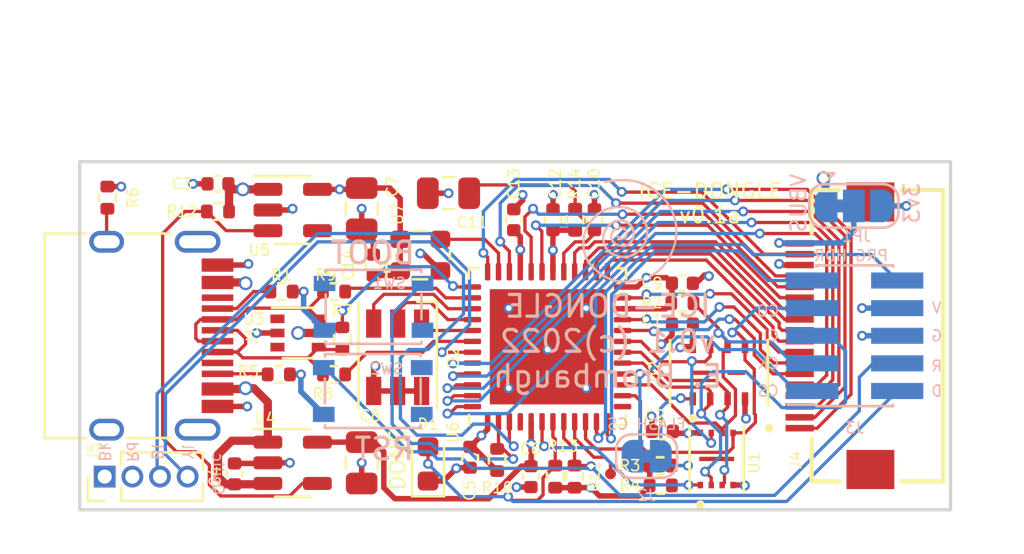
<source format=kicad_pcb>
(kicad_pcb (version 20211014) (generator pcbnew)
  (layers (0 "F.Cu" signal) (1 "In1.Cu" signal) (2 "In2.Cu" signal) (31 "B.Cu" signal) (34 "B.Paste" user) (35 "F.Paste" user) (36 "B.SilkS" user "B.Silkscreen") (37 "F.SilkS" user "F.Silkscreen") (38 "B.Mask" user) (39 "F.Mask" user) (44 "Edge.Cuts" user))
  (net 0 "")
  (net 1 "+3.3V")
  (net 2 "GND")
  (net 3 "/VUSB")
  (net 4 "+1V2")
  (net 5 "/VCCPLL")
  (net 6 "/CDONE")
  (net 7 "Net-(D2-Pad1)")
  (net 8 "Net-(D2-Pad2)")
  (net 9 "Net-(D2-Pad3)")
  (net 10 "Net-(J1-PadA5)")
  (net 11 "Net-(J1-PadA6)")
  (net 12 "Net-(J1-PadA7)")
  (net 14 "Net-(J1-PadB5)")
  (net 16 "Net-(J1-PadS1)")
  (net 17 "/~{MEM_SPI_CS}")
  (net 18 "/~{FLASH_CS}")
  (net 19 "/MEM_SPI_SCLK")
  (net 20 "/~{CRESET}")
  (net 21 "/MEM_SPI_POCI-IO1")
  (net 22 "/MEM_SPI_PICO-IO0")
  (net 23 "/SPARE9")
  (net 24 "/SPARE10")
  (net 25 "/ES_BKL")
  (net 26 "/ES_SCK")
  (net 27 "/ES_PICO")
  (net 28 "/ES_POCI")
  (net 29 "/ES_DC")
  (net 30 "/ES_RST")
  (net 31 "/ES_TFTCS")
  (net 32 "/ES_SDCS")
  (net 33 "/ES_GP2")
  (net 34 "/ES_GP1")
  (net 35 "/ES_BUSY")
  (net 36 "/ES_INT")
  (net 37 "/ES_SDA")
  (net 38 "/ES_SCL")
  (net 39 "/ES_TSCS")
  (net 40 "/ES_MEMCS")
  (net 41 "/~{PSRAM_CS}")
  (net 42 "/USB_PU")
  (net 43 "/USB_DP")
  (net 44 "/USB_DM")
  (net 45 "/~{BTN}")
  (net 46 "/PGOOD_1.2")
  (net 47 "/MEM_SPI_~{WP}-IO2")
  (net 48 "/MEM_SPI_~{HLD}-IO3")
  (net 52 "Net-(J5-Pad3)")
  (net 55 "Net-(J5-Pad4)")
  (net 56 "/CLK")
  (net 57 "/ES_VIN")
  (net 58 "Net-(U6-Pad9)")
  (net 59 "Net-(U6-Pad10)")
  (footprint "Connector_PinHeader_1.27mm:PinHeader_1x04_P1.27mm_Vertical" (layer "F.Cu") (at 102.748 116.078 90)
    (fp_text reference "J5")
    (fp_text value "Qwiic")
  )
  (footprint "Package_TO_SOT_SMD:SOT-23-5" (layer "F.Cu") (at 111.379 115.443)
    (fp_text reference "U4")
    (fp_text value "MCP1824x-OT")
  )
  (footprint "Capacitor_SMD:C_0402_1005Metric" (layer "F.Cu") (at 115.0874 106.3498 90)
    (fp_text reference "C14")
    (fp_text value "0.1uf")
  )
  (footprint "Capacitor_SMD:C_0402_1005Metric" (layer "F.Cu") (at 121.539 104.267 90)
    (fp_text reference "C13")
    (fp_text value "0.1uf")
  )
  (footprint "Package_TO_SOT_SMD:SOT-363_SC-70-6" (layer "F.Cu") (at 111.633 109.474)
    (fp_text reference "U3")
    (fp_text value "DRTR5V0U4S")
  )
  (footprint "Resistor_SMD:R_0402_1005Metric" (layer "F.Cu") (at 120.777 115.314 90)
    (fp_text reference "R10")
    (fp_text value "10k")
  )
  (footprint "Connector_USB:USB_C_Receptacle_HRO_TYPE-C-31-M-12" (layer "F.Cu") (at 103.886 109.601 -90)
    (fp_text reference "J1")
    (fp_text value "USB_C_Receptacle_USB2.0")
  )
  (footprint "Capacitor_SMD:C_0402_1005Metric" (layer "F.Cu") (at 122.3264 116.078 -90)
    (fp_text reference "C6")
    (fp_text value "0.1uf")
  )
  (footprint "Capacitor_SMD:C_0402_1005Metric" (layer "F.Cu") (at 129.286 107.188)
    (fp_text reference "C9")
    (fp_text value "0.1uf")
  )
  (footprint "Capacitor_SMD:C_0402_1005Metric" (layer "F.Cu") (at 128.3716 113.9952 180)
    (fp_text reference "C2")
    (fp_text value "0.1uf")
  )
  (footprint "Resistor_SMD:R_0402_1005Metric" (layer "F.Cu") (at 113.284 111.379 180)
    (fp_text reference "R8")
    (fp_text value "22")
  )
  (footprint "Resistor_SMD:R_0402_1005Metric" (layer "F.Cu") (at 107.95 103.886)
    (fp_text reference "R12")
    (fp_text value "100k")
  )
  (footprint "emeb_library:GCT_FFC2B35-18-G_REVA2" (layer "F.Cu") (at 137.922 109.601 90)
    (fp_text reference "J4")
    (fp_text value "FFC2B35-18-G_REVA2")
  )
  (footprint "Resistor_SMD:R_0402_1005Metric" (layer "F.Cu") (at 110.871 107.569 180)
    (fp_text reference "R1")
    (fp_text value "5k1")
  )
  (footprint "Resistor_SMD:R_0402_1005Metric" (layer "F.Cu") (at 123.444 116.078 90)
    (fp_text reference "R13")
    (fp_text value "2.2k")
  )
  (footprint "Capacitor_SMD:C_0402_1005Metric" (layer "F.Cu") (at 129.2886 109.0676 180)
    (fp_text reference "C1")
    (fp_text value "0.1uf")
  )
  (footprint "Oscillator:Oscillator_SMD_ECS_2520MV-xxx-xx-4Pin_2.5x2.0mm" (layer "F.Cu") (at 117.2464 105.8926 90)
    (fp_text reference "U7")
    (fp_text value "12MHz")
  )
  (footprint "Capacitor_SMD:C_0805_2012Metric" (layer "F.Cu") (at 118.5418 103.0478 180)
    (fp_text reference "C11")
    (fp_text value "10uf")
  )
  (footprint "Capacitor_SMD:C_0805_2012Metric" (layer "F.Cu") (at 114.554 115.443 -90)
    (fp_text reference "C8")
    (fp_text value "10uf")
  )
  (footprint "LED_SMD:LED_RGB_PLCC-6" (layer "F.Cu") (at 116.205 110.591 -90)
    (fp_text reference "D2")
    (fp_text value "CLX6F-FKC")
  )
  (footprint "Resistor_SMD:R_0402_1005Metric" (layer "F.Cu") (at 113.284 107.569 180)
    (fp_text reference "R9")
    (fp_text value "22")
  )
  (footprint "Capacitor_SMD:C_0402_1005Metric" (layer "F.Cu") (at 108.712 115.951 90)
    (fp_text reference "C4")
    (fp_text value "1uf")
  )
  (footprint "emeb_library:USON-8_2x3" (layer "F.Cu") (at 130.8608 115.2652 90)
    (fp_text reference "U1")
    (fp_text value "APS6404L-3SQR")
  )
  (footprint "emeb_library:USON-8_4x3" (layer "F.Cu") (at 130.9624 111.3018 90)
    (fp_text reference "U2")
    (fp_text value "W25Q64JWUUIQ")
  )
  (footprint "Package_DFN_QFN:QFN-48-1EP_7x7mm_P0.5mm_EP5.3x5.3mm" (layer "F.Cu") (at 123.0884 110.109 90)
    (fp_text reference "U6")
    (fp_text value "ice5lp4k_sg48")
  )
  (footprint "Resistor_SMD:R_0402_1005Metric" (layer "F.Cu") (at 128.2934 116.4844)
    (fp_text reference "R4")
    (fp_text value "10k")
  )
  (footprint "emeb_library:TestPoint_Pad_D0.5mm" (layer "F.Cu") (at 125.984 115.951)
    (fp_text reference "TP1" hide)
    (fp_text value "TestPoint")
  )
  (footprint "Capacitor_SMD:C_0402_1005Metric" (layer "F.Cu") (at 107.95 102.616 180)
    (fp_text reference "C3")
    (fp_text value "1uf")
  )
  (footprint "Resistor_SMD:R_0402_1005Metric" (layer "F.Cu") (at 110.744 111.379 180)
    (fp_text reference "R5")
    (fp_text value "5k1")
  )
  (footprint "emeb_library:TestPoint_Pad_D0.5mm" (layer "F.Cu") (at 126.746 114.808)
    (fp_text reference "TP2" hide)
    (fp_text value "TestPoint")
  )
  (footprint "Package_TO_SOT_SMD:SOT-23-5" (layer "F.Cu") (at 111.3845 103.82)
    (fp_text reference "U5")
    (fp_text value "XC6222B331MR-G")
  )
  (footprint "Capacitor_SMD:C_0402_1005Metric" (layer "F.Cu") (at 125.2474 104.267 90)
    (fp_text reference "C10")
    (fp_text value "0.1uf")
  )
  (footprint "Capacitor_SMD:C_0402_1005Metric" (layer "F.Cu") (at 123.3424 104.267 90)
    (fp_text reference "C12")
    (fp_text value "0.1uf")
  )
  (footprint "Resistor_SMD:R_0402_1005Metric" (layer "F.Cu") (at 124.333 116.078 90)
    (fp_text reference "R11")
    (fp_text value "10k")
  )
  (footprint "Capacitor_SMD:C_0805_2012Metric" (layer "F.Cu") (at 114.554 103.759 -90)
    (fp_text reference "C7")
    (fp_text value "10uf")
  )
  (footprint "Resistor_SMD:R_0402_1005Metric" (layer "F.Cu") (at 124.3584 104.267 -90)
    (fp_text reference "R14")
    (fp_text value "100")
  )
  (footprint "Resistor_SMD:R_0402_1005Metric" (layer "F.Cu") (at 102.87 103.251 -90)
    (fp_text reference "R6")
    (fp_text value "1M")
  )
  (footprint "Resistor_SMD:R_0402_1005Metric" (layer "F.Cu") (at 113.665 109.726 -90)
    (fp_text reference "R7")
    (fp_text value "1.5k")
  )
  (footprint "Resistor_SMD:R_0402_1005Metric" (layer "F.Cu") (at 129.284 108.1024)
    (fp_text reference "R2")
    (fp_text value "10k")
  )
  (footprint "LED_SMD:LED_0603_1608Metric" (layer "F.Cu") (at 117.602 115.4937 90)
    (fp_text reference "D1")
    (fp_text value "LED Blue")
  )
  (footprint "Resistor_SMD:R_0402_1005Metric" (layer "F.Cu") (at 128.268 115.57)
    (fp_text reference "R3")
    (fp_text value "10k")
  )
  (footprint "Capacitor_SMD:C_0402_1005Metric" (layer "F.Cu") (at 119.5324 115.189 -90)
    (fp_text reference "C5")
    (fp_text value "0.1uf")
  )
  (footprint "Jumper:SolderJumper-2_P1.3mm_Bridged_RoundedPad1.0x1.5mm" (layer "B.Cu") (at 127.6454 115.1382)
    (fp_text reference "J2")
    (fp_text value "NC Jumper")
  )
  (footprint "Jumper:SolderJumper-3_P1.3mm_Bridged12_RoundedPad1.0x1.5mm" (layer "B.Cu") (at 137.16 103.632)
    (fp_text reference "JP1")
    (fp_text value "Jumper_3_Bridged12")
  )
  (footprint "Connector_PinHeader_1.27mm:PinHeader_2x05_P1.27mm_Vertical_SMD" (layer "B.Cu") (at 137.205 109.601)
    (fp_text reference "J3")
    (fp_text value "PROG HEADER")
  )
  (footprint "emeb_library:avatar_small" (layer "B.Cu") (at 125.906829 105.726757 180)
    (fp_text reference "Ref**" hide)
    (fp_text value "Val**" hide)
  )
  (footprint "emeb_library:SW_SPST_PTS815" (layer "B.Cu") (at 115.098 108.272 180)
    (fp_text reference "SW1")
    (fp_text value "SW_Push")
  )
  (footprint "emeb_library:SW_SPST_PTS815" (layer "B.Cu") (at 115.062 112.141 180)
    (fp_text reference "SW2")
    (fp_text value "SW_Push")
  )
  (gr_rect (start 101.6 101.6) (end 141.605 117.602) (layer "Edge.Cuts") (width 0.15) (fill none))
  (gr_text "BOOT" (at 115.062 105.791) (layer "B.SilkS") (effects (font (size 1 1)) (justify mirror)))
  (gr_text "D\n" (at 140.97 112.141) (layer "B.SilkS") (effects (font (size 0.5 0.5) (thickness 0.07)) (justify mirror)))
  (gr_text "CI" (at 133.35 109.601) (layer "B.SilkS") (effects (font (size 0.5 0.5) (thickness 0.07)) (justify mirror)))
  (gr_text "R" (at 140.97 110.998) (layer "B.SilkS") (effects (font (size 0.5 0.5) (thickness 0.07)) (justify mirror)))
  (gr_text "VBUS" (at 134.62 103.505 90) (layer "B.SilkS") (effects (font (size 0.7 0.7) (thickness 0.1)) (justify mirror)))
  (gr_text "Rd" (at 104.013 114.935 270) (layer "B.SilkS") (effects (font (size 0.5 0.5) (thickness 0.07)) (justify mirror)))
  (gr_text "CK" (at 133.223 110.871) (layer "B.SilkS") (effects (font (size 0.5 0.5) (thickness 0.07)) (justify mirror)))
  (gr_text "Yl" (at 106.553 114.935 270) (layer "B.SilkS") (effects (font (size 0.5 0.5) (thickness 0.07)) (justify mirror)))
  (gr_text "ICE-DONGLE\nv0.1 (c)2022\nE. Brombaugh" (at 125.857 109.855) (layer "B.SilkS") (effects (font (size 1 1)) (justify mirror)))
  (gr_text "Qwiic" (at 107.95 115.951 270) (layer "B.SilkS") (effects (font (size 0.5 0.5) (thickness 0.07)) (justify mirror)))
  (gr_text "G" (at 140.97 109.601) (layer "B.SilkS") (effects (font (size 0.5 0.5) (thickness 0.07)) (justify mirror)))
  (gr_text "FLASH CS" (at 127.635 113.665) (layer "B.SilkS") (effects (font (size 0.5 0.5) (thickness 0.07)) (justify mirror)))
  (gr_text "PRG HDR" (at 137.033 105.918) (layer "B.SilkS") (effects (font (size 0.5 0.5) (thickness 0.07)) (justify mirror)))
  (gr_text "CS" (at 133.223 112.141) (layer "B.SilkS") (effects (font (size 0.5 0.5) (thickness 0.07)) (justify mirror)))
  (gr_text "3v3" (at 139.827 103.505 90) (layer "B.SilkS") (effects (font (size 0.7 0.7) (thickness 0.1)) (justify mirror)))
  (gr_text "RST	" (at 115.062 114.808) (layer "B.SilkS") (effects (font (size 1 1)) (justify mirror)))
  (gr_text "CO\n" (at 133.223 108.458) (layer "B.SilkS") (effects (font (size 0.5 0.5) (thickness 0.07)) (justify mirror)))
  (gr_text "Bl" (at 105.156 114.935 270) (layer "B.SilkS") (effects (font (size 0.5 0.5) (thickness 0.07)) (justify mirror)))
  (gr_text "V" (at 140.97 108.331) (layer "B.SilkS") (effects (font (size 0.5 0.5) (thickness 0.07)) (justify mirror)))
  (gr_text "Bk" (at 102.743 114.935 270) (layer "B.SilkS") (effects (font (size 0.5 0.5) (thickness 0.07)) (justify mirror)))
  (gr_text "ICE-DONGLE\nv0.1a" (at 130.556 103.505) (layer "F.SilkS") (effects (font (size 0.7 0.7) (thickness 0.1))))
  (gr_text "DONE" (at 116.205 115.316 90) (layer "F.SilkS") (effects (font (size 0.7 0.7) (thickness 0.1))))
  (segment (start 114.554 102.809) (end 115.8392 102.809) (width 0.254) (layer "F.Cu") (net 1))
  (segment (start 115.0874 106.8298) (end 116.1092 106.8298) (width 0.254) (layer "F.Cu") (net 1))
  (segment (start 119.5324 114.709) (end 119.662 114.709) (width 0.254) (layer "F.Cu") (net 1))
  (segment (start 116.205 112.141) (end 115.105 112.141) (width 0.254) (layer "F.Cu") (net 1))
  (segment (start 127.635 106.934) (end 128.552 106.934) (width 0.254) (layer "F.Cu") (net 1))
  (segment (start 121.8384 105.644) (end 121.8384 105.0464) (width 0.254) (layer "F.Cu") (net 1))
  (segment (start 128.5174 108.359) (end 128.774 108.1024) (width 0.254) (layer "F.Cu") (net 1))
  (segment (start 129.7624 110.1018) (end 129.7624 109.0536) (width 0.254) (layer "F.Cu") (net 1))
  (segment (start 127.635 106.934) (end 127.21 107.359) (width 0.254) (layer "F.Cu") (net 1))
  (segment (start 128.774 108.1024) (end 128.8034 108.1024) (width 0.254) (layer "F.Cu") (net 1))
  (segment (start 129.552274 114.084026) (end 128.940426 114.084026) (width 0.254) (layer "F.Cu") (net 1))
  (segment (start 116.3214 106.6176) (end 116.3214 105.1676) (width 0.254) (layer "F.Cu") (net 1))
  (segment (start 123.444 116.588) (end 124.333 116.588) (width 0.254) (layer "F.Cu") (net 1))
  (segment (start 114.493 102.87) (end 114.554 102.809) (width 0.254) (layer "F.Cu") (net 1))
  (segment (start 129.552274 114.084026) (end 129.5711 114.0652) (width 0.254) (layer "F.Cu") (net 1))
  (segment (start 127.3008 116.967) (end 127.7834 116.4844) (width 0.254) (layer "F.Cu") (net 1))
  (segment (start 121.8384 106.659) (end 121.8384 105.644) (width 0.254) (layer "F.Cu") (net 1))
  (segment (start 115.105 111.082) (end 115.189 110.998) (width 0.254) (layer "F.Cu") (net 1))
  (segment (start 128.940426 114.084026) (end 128.8516 113.9952) (width 0.254) (layer "F.Cu") (net 1))
  (segment (start 112.522 102.87) (end 114.493 102.87) (width 0.254) (layer "F.Cu") (net 1))
  (segment (start 127.7834 116.4844) (end 127.7834 115.5954) (width 0.254) (layer "F.Cu") (net 1))
  (segment (start 125.095 116.586) (end 124.335 116.586) (width 0.254) (layer "F.Cu") (net 1))
  (segment (start 128.552 106.934) (end 128.806 107.188) (width 0.254) (layer "F.Cu") (net 1))
  (segment (start 115.105 112.141) (end 115.105 111.082) (width 0.254) (layer "F.Cu") (net 1))
  (segment (start 127.21 107.359) (end 126.5384 107.359) (width 0.254) (layer "F.Cu") (net 1))
  (segment (start 115.8392 102.809) (end 116.3214 103.2912) (width 0.254) (layer "F.Cu") (net 1))
  (segment (start 128.806 108.0704) (end 128.774 108.1024) (width 0.254) (layer "F.Cu") (net 1))
  (segment (start 126.5384 108.359) (end 128.5174 108.359) (width 0.254) (layer "F.Cu") (net 1))
  (segment (start 116.1092 106.8298) (end 116.3214 106.6176) (width 0.254) (layer "F.Cu") (net 1))
  (segment (start 125.095 116.586) (end 125.476 116.967) (width 0.254) (layer "F.Cu") (net 1))
  (segment (start 127.7834 115.5954) (end 127.758 115.57) (width 0.254) (layer "F.Cu") (net 1))
  (segment (start 125.476 116.967) (end 127.3008 116.967) (width 0.254) (layer "F.Cu") (net 1))
  (segment (start 129.217 110.1018) (end 129.1844 110.1344) (width 0.254) (layer "F.Cu") (net 1))
  (segment (start 129.7624 110.1018) (end 129.217 110.1018) (width 0.254) (layer "F.Cu") (net 1))
  (segment (start 117.305 112.141) (end 116.205 112.141) (width 0.254) (layer "F.Cu") (net 1))
  (segment (start 119.662 114.709) (end 120.777 115.824) (width 0.254) (layer "F.Cu") (net 1))
  (segment (start 116.3214 103.2912) (end 116.3214 105.1676) (width 0.254) (layer "F.Cu") (net 1))
  (segment (start 121.8384 105.0464) (end 121.539 104.747) (width 0.254) (layer "F.Cu") (net 1))
  (segment (start 128.806 107.188) (end 128.806 108.0704) (width 0.254) (layer "F.Cu") (net 1))
  (segment (start 129.5711 114.0652) (end 130.1108 114.0652) (width 0.254) (layer "F.Cu") (net 1))
  (segment (start 120.3384 113.559) (end 120.3384 113.903) (width 0.254) (layer "F.Cu") (net 1))
  (segment (start 124.335 116.586) (end 124.333 116.588) (width 0.254) (layer "F.Cu") (net 1))
  (segment (start 120.3384 113.903) (end 119.5324 114.709) (width 0.254) (layer "F.Cu") (net 1))
  (via (at 129.1844 110.1344) (size 0.4572) (drill 0.254) (layers "F.Cu" "B.Cu") (net 1))
  (via (at 113.538 102.87) (size 0.4572) (drill 0.254) (layers "F.Cu" "B.Cu") (net 1))
  (via (at 129.552274 114.084026) (size 0.4572) (drill 0.254) (layers "F.Cu" "B.Cu") (net 1))
  (via (at 139.573 103.632) (size 0.4572) (drill 0.254) (layers "F.Cu" "B.Cu") (net 1))
  (via (at 121.8384 105.644) (size 0.4572) (drill 0.254) (layers "F.Cu" "B.Cu") (net 1))
  (via (at 115.189 110.998) (size 0.4572) (drill 0.254) (layers "F.Cu" "B.Cu") (net 1))
  (via (at 120.0544 114.187) (size 0.4572) (drill 0.254) (layers "F.Cu" "B.Cu") (net 1))
  (via (at 137.541 108.331) (size 0.4572) (drill 0.254) (layers "F.Cu" "B.Cu") (net 1))
  (via (at 127.635 106.934) (size 0.4572) (drill 0.254) (layers "F.Cu" "B.Cu") (net 1))
  (via (at 125.095 116.586) (size 0.4572) (drill 0.254) (layers "F.Cu" "B.Cu") (net 1))
  (segment (start 139.155 108.331) (end 137.541 108.331) (width 0.254) (layer "B.Cu") (net 1))
  (segment (start 138.46 103.632) (end 139.573 103.632) (width 0.254) (layer "B.Cu") (net 1))
  (segment (start 118.8974 115.697) (end 118.9254 115.669) (width 0.254) (layer "F.Cu") (net 2))
  (segment (start 121.6686 116.558) (end 122.3264 116.558) (width 0.254) (layer "F.Cu") (net 2))
  (segment (start 134.672 106.351) (end 133.783 106.351) (width 0.254) (layer "F.Cu") (net 2))
  (segment (start 117.2464 105.8164) (end 117.3702 105.8164) (width 0.254) (layer "F.Cu") (net 2))
  (segment (start 128.8086 109.0676) (end 128.8086 109.5704) (width 0.254) (layer "F.Cu") (net 2))
  (segment (start 118.5545 103.0478) (end 117.6655 103.0478) (width 0.254) (layer "F.Cu") (net 2))
  (segment (start 114.554 104.709) (end 114.554 103.759) (width 0.254) (layer "F.Cu") (net 2))
  (segment (start 133.783 106.351) (end 133.731 106.299) (width 0.254) (layer "F.Cu") (net 2))
  (segment (start 111.381 107.569) (end 111.887 107.569) (width 0.254) (layer "F.Cu") (net 2))
  (segment (start 117.602 116.2812) (end 118.3132 116.2812) (width 0.254) (layer "F.Cu") (net 2))
  (segment (start 125.2474 103.787) (end 125.2474 103.124) (width 0.254) (layer "F.Cu") (net 2))
  (segment (start 121.9454 103.3806) (end 121.9454 103.124) (width 0.254) (layer "F.Cu") (net 2))
  (segment (start 111.318 103.82) (end 111.379 103.759) (width 0.254) (layer "F.Cu") (net 2))
  (segment (start 132.1624 113.365371) (end 132.1624 112.5018) (width 0.254) (layer "F.Cu") (net 2))
  (segment (start 111.254 111.379) (end 111.76 111.379) (width 0.254) (layer "F.Cu") (net 2))
  (segment (start 121.666 116.5606) (end 121.6686 116.558) (width 0.254) (layer "F.Cu") (net 2))
  (segment (start 107.931 112.851) (end 109.295 112.851) (width 0.254) (layer "F.Cu") (net 2))
  (segment (start 130.302 106.807) (end 130.556 106.807) (width 0.254) (layer "F.Cu") (net 2))
  (segment (start 110.2415 115.443) (end 111.252 115.443) (width 0.254) (layer "F.Cu") (net 2))
  (segment (start 123.3424 103.787) (end 123.3424 103.124) (width 0.254) (layer "F.Cu") (net 2))
  (segment (start 110.2135 115.471) (end 110.2415 115.443) (width 0.254) (layer "F.Cu") (net 2))
  (segment (start 129.766 107.188) (end 129.921 107.188) (width 0.254) (layer "F.Cu") (net 2))
  (segment (start 131.6108 116.4652) (end 132.137 116.4652) (width 0.254) (layer "F.Cu") (net 2))
  (segment (start 118.9254 115.669) (end 119.5324 115.669) (width 0.254) (layer "F.Cu") (net 2))
  (segment (start 118.3132 116.2812) (end 118.8974 115.697) (width 0.254) (layer "F.Cu") (net 2))
  (segment (start 108.712 115.471) (end 110.2135 115.471) (width 0.254) (layer "F.Cu") (net 2))
  (segment (start 114.554 116.393) (end 114.554 115.443) (width 0.254) (layer "F.Cu") (net 2))
  (segment (start 110.683 109.474) (end 109.728 109.474) (width 0.254) (layer "F.Cu") (net 2))
  (segment (start 107.931 106.351) (end 109.295 106.351) (width 0.254) (layer "F.Cu") (net 2))
  (segment (start 132.137 116.4652) (end 132.1562 116.4844) (width 0.254) (layer "F.Cu") (net 2))
  (segment (start 127.8916 113.312) (end 127.889 113.3094) (width 0.254) (layer "F.Cu") (net 2))
  (segment (start 128.391456 109.987544) (end 128.3213 109.987544) (width 0.254) (layer "F.Cu") (net 2))
  (segment (start 103.503 102.741) (end 103.505 102.743) (width 0.254) (layer "F.Cu") (net 2))
  (segment (start 127.8916 113.9952) (end 127.8916 113.312) (width 0.254) (layer "F.Cu") (net 2))
  (segment (start 115.0874 105.2424) (end 114.554 104.709) (width 0.254) (layer "F.Cu") (net 2))
  (segment (start 107.47 102.616) (end 106.807 102.616) (width 0.254) (layer "F.Cu") (net 2))
  (segment (start 117.3702 105.8164) (end 118.1714 106.6176) (width 0.254) (layer "F.Cu") (net 2))
  (segment (start 129.921 107.188) (end 130.302 106.807) (width 0.254) (layer "F.Cu") (net 2))
  (segment (start 130.556 106.807) (end 130.505024 106.857976) (width 0.254) (layer "F.Cu") (net 2))
  (segment (start 115.0874 105.8698) (end 115.0874 105.2424) (width 0.254) (layer "F.Cu") (net 2))
  (segment (start 121.539 103.787) (end 121.9454 103.3806) (width 0.254) (layer "F.Cu") (net 2))
  (segment (start 109.295 106.351) (end 109.347 106.299) (width 0.254) (layer "F.Cu") (net 2))
  (segment (start 132.207 113.409971) (end 132.1624 113.365371) (width 0.254) (layer "F.Cu") (net 2))
  (segment (start 110.247 103.82) (end 111.318 103.82) (width 0.254) (layer "F.Cu") (net 2))
  (segment (start 128.8086 109.5704) (end 128.391456 109.987544) (width 0.254) (layer "F.Cu") (net 2))
  (segment (start 102.87 102.741) (end 103.503 102.741) (width 0.254) (layer "F.Cu") (net 2))
  (segment (start 127.889 113.3094) (end 127.8641 113.3094) (width 0.254) (layer "F.Cu") (net 2))
  (via (at 132.1562 116.4844) (size 0.4572) (drill 0.254) (layers "F.Cu" "B.Cu") (net 2))
  (via (at 132.207 113.409971) (size 0.4572) (drill 0.254) (layers "F.Cu" "B.Cu") (net 2))
  (via (at 103.505 102.743) (size 0.4572) (drill 0.254) (layers "F.Cu" "B.Cu") (net 2))
  (via (at 123.3424 103.124) (size 0.4572) (drill 0.254) (layers "F.Cu" "B.Cu") (net 2))
  (via (at 111.887 107.569) (size 0.4572) (drill 0.254) (layers "F.Cu" "B.Cu") (net 2))
  (via (at 118.8974 115.697) (size 0.4572) (drill 0.254) (layers "F.Cu" "B.Cu") (net 2))
  (via (at 114.554 115.443) (size 0.4572) (drill 0.254) (layers "F.Cu" "B.Cu") (net 2))
  (via (at 124.8664 108.331) (size 0.4572) (drill 0.254) (layers "F.Cu" "B.Cu") (net 2))
  (via (at 130.505024 106.857976) (size 0.4572) (drill 0.254) (layers "F.Cu" "B.Cu") (net 2))
  (via (at 111.252 115.443) (size 0.4572) (drill 0.254) (layers "F.Cu" "B.Cu") (net 2))
  (via (at 128.3213 109.987544) (size 0.4572) (drill 0.254) (layers "F.Cu" "B.Cu") (net 2))
  (via (at 127.8641 113.3094) (size 0.4572) (drill 0.254) (layers "F.Cu" "B.Cu") (net 2))
  (via (at 121.666 116.5606) (size 0.4572) (drill 0.254) (layers "F.Cu" "B.Cu") (net 2))
  (via (at 111.379 103.759) (size 0.4572) (drill 0.254) (layers "F.Cu" "B.Cu") (net 2))
  (via (at 117.2464 105.8164) (size 0.4572) (drill 0.254) (layers "F.Cu" "B.Cu") (net 2))
  (via (at 106.807 102.616) (size 0.4572) (drill 0.254) (layers "F.Cu" "B.Cu") (net 2))
  (via (at 111.76 111.379) (size 0.4572) (drill 0.254) (layers "F.Cu" "B.Cu") (net 2))
  (via (at 118.5418 103.0478) (size 0.4572) (drill 0.254) (layers "F.Cu" "B.Cu") (net 2))
  (via (at 133.731 106.299) (size 0.4572) (drill 0.254) (layers "F.Cu" "B.Cu") (net 2))
  (via (at 123.0884 110.236) (size 0.4572) (drill 0.254) (layers "F.Cu" "B.Cu") (net 2))
  (via (at 109.347 106.299) (size 0.4572) (drill 0.254) (layers "F.Cu" "B.Cu") (net 2))
  (via (at 109.728 109.474) (size 0.4572) (drill 0.254) (layers "F.Cu" "B.Cu") (net 2))
  (via (at 125.2474 103.124) (size 0.4572) (drill 0.254) (layers "F.Cu" "B.Cu") (net 2))
  (via (at 114.554 103.759) (size 0.4572) (drill 0.254) (layers "F.Cu" "B.Cu") (net 2))
  (via (at 137.541 109.601) (size 0.4572) (drill 0.254) (layers "F.Cu" "B.Cu") (net 2))
  (via (at 124.8664 112.014) (size 0.4572) (drill 0.254) (layers "F.Cu" "B.Cu") (net 2))
  (via (at 121.3104 108.331) (size 0.4572) (drill 0.254) (layers "F.Cu" "B.Cu") (net 2))
  (via (at 121.3104 112.014) (size 0.4572) (drill 0.254) (layers "F.Cu" "B.Cu") (net 2))
  (via (at 109.295 112.851) (size 0.4572) (drill 0.254) (layers "F.Cu" "B.Cu") (net 2))
  (via (at 121.9454 103.124) (size 0.4572) (drill 0.254) (layers "F.Cu" "B.Cu") (net 2))
  (segment (start 111.887 107.569) (end 111.887 108.386) (width 0.254) (layer "B.Cu") (net 2))
  (segment (start 111.887 108.386) (end 112.848 109.347) (width 0.254) (layer "B.Cu") (net 2))
  (segment (start 139.155 109.601) (end 137.541 109.601) (width 0.254) (layer "B.Cu") (net 2))
  (segment (start 111.76 112.164) (end 112.812 113.216) (width 0.254) (layer "B.Cu") (net 2))
  (segment (start 111.76 111.379) (end 111.76 112.164) (width 0.254) (layer "B.Cu") (net 2))
  (segment (start 107.95 115.062) (end 108.585 114.427) (width 0.381) (layer "F.Cu") (net 3))
  (segment (start 111.633 109.474) (end 112.583 109.474) (width 0.381) (layer "F.Cu") (net 3))
  (segment (start 109.22 112.014) (end 109.601 112.014) (width 0.381) (layer "F.Cu") (net 3))
  (segment (start 108.585 114.427) (end 110.1755 114.427) (width 0.381) (layer "F.Cu") (net 3))
  (segment (start 108.712 116.431) (end 108.303 116.431) (width 0.381) (layer "F.Cu") (net 3))
  (segment (start 108.712 116.431) (end 110.2035 116.431) (width 0.381) (layer "F.Cu") (net 3))
  (segment (start 110.2035 116.431) (end 110.2415 116.393) (width 0.381) (layer "F.Cu") (net 3))
  (segment (start 109.183 107.151) (end 109.22 107.188) (width 0.381) (layer "F.Cu") (net 3))
  (segment (start 109.183 112.051) (end 109.22 112.014) (width 0.381) (layer "F.Cu") (net 3))
  (segment (start 107.931 112.051) (end 109.183 112.051) (width 0.381) (layer "F.Cu") (net 3))
  (segment (start 110.247 102.87) (end 108.684 102.87) (width 0.381) (layer "F.Cu") (net 3))
  (segment (start 108.684 102.87) (end 108.43 102.616) (width 0.381) (layer "F.Cu") (net 3))
  (segment (start 110.1755 114.427) (end 110.2415 114.493) (width 0.381) (layer "F.Cu") (net 3))
  (segment (start 107.95 116.078) (end 107.95 115.062) (width 0.381) (layer "F.Cu") (net 3))
  (segment (start 108.46 103.886) (end 108.46 102.646) (width 0.381) (layer "F.Cu") (net 3))
  (segment (start 110.2415 112.6545) (end 110.2415 114.493) (width 0.381) (layer "F.Cu") (net 3))
  (segment (start 109.601 112.014) (end 110.2415 112.6545) (width 0.381) (layer "F.Cu") (net 3))
  (segment (start 107.931 107.151) (end 109.183 107.151) (width 0.381) (layer "F.Cu") (net 3))
  (segment (start 108.46 102.646) (end 108.43 102.616) (width 0.381) (layer "F.Cu") (net 3))
  (segment (start 108.303 116.431) (end 107.95 116.078) (width 0.381) (layer "F.Cu") (net 3))
  (via (at 111.633 109.474) (size 0.635) (drill 0.4318) (layers "F.Cu" "B.Cu") (net 3))
  (via (at 135.763 102.362) (size 0.635) (drill 0.4318) (layers "F.Cu" "B.Cu") (net 3))
  (via (at 109.093 102.87) (size 0.635) (drill 0.4318) (layers "F.Cu" "B.Cu") (net 3))
  (via (at 109.22 112.014) (size 0.635) (drill 0.4318) (layers "F.Cu" "B.Cu") (net 3))
  (via (at 109.22 107.188) (size 0.635) (drill 0.4318) (layers "F.Cu" "B.Cu") (net 3))
  (segment (start 135.86 102.459) (end 135.763 102.362) (width 0.381) (layer "B.Cu") (net 3))
  (segment (start 135.86 103.632) (end 135.86 102.459) (width 0.381) (layer "B.Cu") (net 3))
  (segment (start 115.128 114.493) (end 115.57 114.935) (width 0.254) (layer "F.Cu") (net 4))
  (segment (start 122.3384 115.586) (end 122.3264 115.598) (width 0.254) (layer "F.Cu") (net 4))
  (segment (start 115.57 116.586) (end 116.078 117.094) (width 0.254) (layer "F.Cu") (net 4))
  (segment (start 122.3384 113.559) (end 122.3384 115.586) (width 0.254) (layer "F.Cu") (net 4))
  (segment (start 120.396 117.094) (end 121.892 115.598) (width 0.254) (layer "F.Cu") (net 4))
  (segment (start 123.3424 104.747) (end 124.3284 104.747) (width 0.254) (layer "F.Cu") (net 4))
  (segment (start 116.078 117.094) (end 120.396 117.094) (width 0.254) (layer "F.Cu") (net 4))
  (segment (start 123.3384 104.751) (end 123.3424 104.747) (width 0.254) (layer "F.Cu") (net 4))
  (segment (start 124.3284 104.747) (end 124.3584 104.777) (width 0.254) (layer "F.Cu") (net 4))
  (segment (start 112.5165 114.493) (end 114.554 114.493) (width 0.254) (layer "F.Cu") (net 4))
  (segment (start 123.3384 105.668) (end 123.3384 104.751) (width 0.254) (layer "F.Cu") (net 4))
  (segment (start 123.3384 106.659) (end 123.3384 105.668) (width 0.254) (layer "F.Cu") (net 4))
  (segment (start 115.57 114.935) (end 115.57 116.586) (width 0.254) (layer "F.Cu") (net 4))
  (segment (start 114.554 114.493) (end 115.128 114.493) (width 0.254) (layer "F.Cu") (net 4))
  (segment (start 121.892 115.598) (end 122.3264 115.598) (width 0.254) (layer "F.Cu") (net 4))
  (via (at 122.3384 114.566) (size 0.4572) (drill 0.254) (layers "F.Cu" "B.Cu") (net 4))
  (via (at 123.3384 105.668) (size 0.4572) (drill 0.254) (layers "F.Cu" "B.Cu") (net 4))
  (segment (start 124.079 102.6668) (end 124.3584 102.9462) (width 0.1524) (layer "F.Cu") (net 5))
  (segment (start 124.3584 105.283) (end 124.8664 105.283) (width 0.1524) (layer "F.Cu") (net 5))
  (segment (start 124.3584 103.757) (end 124.3584 103.858) (width 0.1524) (layer "F.Cu") (net 5))
  (segment (start 123.8384 106.659) (end 123.8384 105.803) (width 0.1524) (layer "F.Cu") (net 5))
  (segment (start 124.8664 105.283) (end 125.2474 104.902) (width 0.1524) (layer "F.Cu") (net 5))
  (segment (start 119.8728 102.6668) (end 124.079 102.6668) (width 0.1524) (layer "F.Cu") (net 5))
  (segment (start 125.2474 104.902) (end 125.2474 104.747) (width 0.1524) (layer "F.Cu") (net 5))
  (segment (start 124.3584 103.858) (end 125.2474 104.747) (width 0.1524) (layer "F.Cu") (net 5))
  (segment (start 124.3584 102.9462) (end 124.3584 103.757) (width 0.1524) (layer "F.Cu") (net 5))
  (segment (start 123.8384 105.803) (end 124.3584 105.283) (width 0.1524) (layer "F.Cu") (net 5))
  (segment (start 119.4918 103.0478) (end 119.8728 102.6668) (width 0.1524) (layer "F.Cu") (net 5))
  (segment (start 121.451728 117.1702) (end 122.6312 117.1702) (width 0.1524) (layer "F.Cu") (net 6))
  (segment (start 122.8852 116.1268) (end 123.444 115.568) (width 0.1524) (layer "F.Cu") (net 6))
  (segment (start 121.27981 116.998282) (end 121.451728 117.1702) (width 0.1524) (layer "F.Cu") (net 6))
  (segment (start 122.6312 117.1702) (end 122.8852 116.9162) (width 0.1524) (layer "F.Cu") (net 6))
  (segment (start 123.444 115.568) (end 123.444 114.3508) (width 0.1524) (layer "F.Cu") (net 6))
  (segment (start 123.3384 114.2452) (end 123.3384 113.559) (width 0.1524) (layer "F.Cu") (net 6))
  (segment (start 122.8852 116.9162) (end 122.8852 116.1268) (width 0.1524) (layer "F.Cu") (net 6))
  (segment (start 117.602 115.4886) (end 117.602 114.7062) (width 0.1524) (layer "F.Cu") (net 6))
  (segment (start 123.444 114.3508) (end 123.3384 114.2452) (width 0.1524) (layer "F.Cu") (net 6))
  (via (at 117.602 115.4886) (size 0.4572) (drill 0.254) (layers "F.Cu" "B.Cu") (net 6))
  (via (at 121.27981 116.998282) (size 0.4572) (drill 0.254) (layers "F.Cu" "B.Cu") (net 6))
  (segment (start 134.075 117.221) (end 139.155 112.141) (width 0.1524) (layer "B.Cu") (net 6))
  (segment (start 121.27981 116.998282) (end 121.502528 117.221) (width 0.1524) (layer "B.Cu") (net 6))
  (segment (start 119.111682 116.998282) (end 117.602 115.4886) (width 0.1524) (layer "B.Cu") (net 6))
  (segment (start 121.27981 116.998282) (end 119.111682 116.998282) (width 0.1524) (layer "B.Cu") (net 6))
  (segment (start 121.502528 117.221) (end 134.075 117.221) (width 0.1524) (layer "B.Cu") (net 6))
  (segment (start 119.6384 109.359) (end 117.623 109.359) (width 0.1524) (layer "F.Cu") (net 7))
  (segment (start 117.623 109.359) (end 117.305 109.041) (width 0.1524) (layer "F.Cu") (net 7))
  (segment (start 116.205 108.458) (end 116.205 109.041) (width 0.1524) (layer "F.Cu") (net 8))
  (segment (start 119.6384 108.859) (end 118.511 108.859) (width 0.1524) (layer "F.Cu") (net 8))
  (segment (start 118.511 108.859) (end 117.729 108.077) (width 0.1524) (layer "F.Cu") (net 8))
  (segment (start 116.586 108.077) (end 116.205 108.458) (width 0.1524) (layer "F.Cu") (net 8))
  (segment (start 117.729 108.077) (end 116.586 108.077) (width 0.1524) (layer "F.Cu") (net 8))
  (segment (start 118.519 108.359) (end 117.856 107.696) (width 0.1524) (layer "F.Cu") (net 9))
  (segment (start 115.57 107.696) (end 115.105 108.161) (width 0.1524) (layer "F.Cu") (net 9))
  (segment (start 115.105 108.161) (end 115.105 109.041) (width 0.1524) (layer "F.Cu") (net 9))
  (segment (start 119.6384 108.359) (end 118.519 108.359) (width 0.1524) (layer "F.Cu") (net 9))
  (segment (start 117.856 107.696) (end 115.57 107.696) (width 0.1524) (layer "F.Cu") (net 9))
  (segment (start 109.5904 107.569) (end 110.361 107.569) (width 0.1524) (layer "F.Cu") (net 10))
  (segment (start 107.931 108.351) (end 108.8084 108.351) (width 0.1524) (layer "F.Cu") (net 10))
  (segment (start 108.8084 108.351) (end 109.5904 107.569) (width 0.1524) (layer "F.Cu") (net 10))
  (segment (start 113.665 110.236) (end 112.695 110.236) (width 0.1524) (layer "F.Cu") (net 11))
  (segment (start 108.851 110.351) (end 109.22 109.982) (width 0.1524) (layer "F.Cu") (net 11))
  (segment (start 112.774 111.379) (end 112.774 111.301) (width 0.1524) (layer "F.Cu") (net 11))
  (segment (start 112.695 110.236) (end 112.583 110.124) (width 0.1524) (layer "F.Cu") (net 11))
  (segment (start 109.22 109.728) (end 108.843 109.351) (width 0.1524) (layer "F.Cu") (net 11))
  (segment (start 109.093 110.617) (end 112.09 110.617) (width 0.1524) (layer "F.Cu") (net 11))
  (segment (start 112.09 110.617) (end 112.583 110.124) (width 0.1524) (layer "F.Cu") (net 11))
  (segment (start 108.843 109.351) (end 107.931 109.351) (width 0.1524) (layer "F.Cu") (net 11))
  (segment (start 107.931 110.351) (end 108.851 110.351) (width 0.1524) (layer "F.Cu") (net 11))
  (segment (start 107.931 110.351) (end 108.827 110.351) (width 0.1524) (layer "F.Cu") (net 11))
  (segment (start 109.22 109.982) (end 109.22 109.728) (width 0.1524) (layer "F.Cu") (net 11))
  (segment (start 112.774 111.301) (end 112.09 110.617) (width 0.1524) (layer "F.Cu") (net 11))
  (segment (start 108.827 110.351) (end 109.093 110.617) (width 0.1524) (layer "F.Cu") (net 11))
  (segment (start 112.774 107.569) (end 112.774 107.698) (width 0.1524) (layer "F.Cu") (net 12))
  (segment (start 107.057 109.851) (end 107.931 109.851) (width 0.1524) (layer "F.Cu") (net 12))
  (segment (start 107.1496 108.851) (end 106.934 109.0666) (width 0.1524) (layer "F.Cu") (net 12))
  (segment (start 112.1155 108.3565) (end 112.583 108.824) (width 0.1524) (layer "F.Cu") (net 12))
  (segment (start 106.934 109.0666) (end 106.934 109.728) (width 0.1524) (layer "F.Cu") (net 12))
  (segment (start 107.931 108.851) (end 107.1496 108.851) (width 0.1524) (layer "F.Cu") (net 12))
  (segment (start 106.934 109.728) (end 107.057 109.851) (width 0.1524) (layer "F.Cu") (net 12))
  (segment (start 108.827 108.851) (end 109.347 108.331) (width 0.1524) (layer "F.Cu") (net 12))
  (segment (start 112.774 107.698) (end 112.1155 108.3565) (width 0.1524) (layer "F.Cu") (net 12))
  (segment (start 112.09 108.331) (end 112.1155 108.3565) (width 0.1524) (layer "F.Cu") (net 12))
  (segment (start 109.347 108.331) (end 112.09 108.331) (width 0.1524) (layer "F.Cu") (net 12))
  (segment (start 107.931 108.851) (end 108.827 108.851) (width 0.1524) (layer "F.Cu") (net 12))
  (segment (start 107.931 111.351) (end 110.206 111.351) (width 0.1524) (layer "F.Cu") (net 14))
  (segment (start 110.206 111.351) (end 110.234 111.379) (width 0.1524) (layer "F.Cu") (net 14))
  (segment (start 102.836 103.795) (end 102.87 103.761) (width 0.1524) (layer "F.Cu") (net 16))
  (segment (start 102.836 105.281) (end 102.836 103.795) (width 0.1524) (layer "F.Cu") (net 16))
  (segment (start 126.5384 111.359) (end 127.3248 111.359) (width 0.1524) (layer "F.Cu") (net 17))
  (segment (start 127.3248 111.359) (end 127.3302 111.3536) (width 0.1524) (layer "F.Cu") (net 17))
  (via (at 127.3302 111.3536) (size 0.4572) (drill 0.254) (layers "F.Cu" "B.Cu") (net 17))
  (segment (start 127.6604 111.3536) (end 127.3302 111.3536) (width 0.1524) (layer "B.Cu") (net 17))
  (segment (start 131.012671 110.236) (end 130.429529 109.652858) (width 0.1524) (layer "B.Cu") (net 17))
  (segment (start 130.429529 109.652858) (end 129.055284 109.652858) (width 0.1524) (layer "B.Cu") (net 17))
  (segment (start 135.255 112.141) (end 134.493 112.141) (width 0.1524) (layer "B.Cu") (net 17))
  (segment (start 127.3302 114.8034) (end 126.9954 115.1382) (width 0.1524) (layer "B.Cu") (net 17))
  (segment (start 132.588 110.236) (end 131.012671 110.236) (width 0.1524) (layer "B.Cu") (net 17))
  (segment (start 127.3302 111.3536) (end 127.3302 114.8034) (width 0.1524) (layer "B.Cu") (net 17))
  (segment (start 128.7526 109.955542) (end 128.7526 110.2614) (width 0.1524) (layer "B.Cu") (net 17))
  (segment (start 129.055284 109.652858) (end 128.7526 109.955542) (width 0.1524) (layer "B.Cu") (net 17))
  (segment (start 128.7526 110.2614) (end 127.6604 111.3536) (width 0.1524) (layer "B.Cu") (net 17))
  (segment (start 134.493 112.141) (end 132.588 110.236) (width 0.1524) (layer "B.Cu") (net 17))
  (segment (start 129.2098 112.4712) (end 129.2404 112.5018) (width 0.1524) (layer "F.Cu") (net 18))
  (segment (start 128.778 115.57) (end 129.54 115.57) (width 0.1524) (layer "F.Cu") (net 18))
  (segment (start 129.2404 112.5018) (end 129.7624 112.5018) (width 0.1524) (layer "F.Cu") (net 18))
  (via (at 129.54 115.57) (size 0.4572) (drill 0.254) (layers "F.Cu" "B.Cu") (net 18))
  (via (at 129.2098 112.4712) (size 0.4572) (drill 0.254) (layers "F.Cu" "B.Cu") (net 18))
  (segment (start 128.7272 115.57) (end 128.2954 115.1382) (width 0.1524) (layer "B.Cu") (net 18))
  (segment (start 128.7526 112.4712) (end 128.2954 112.9284) (width 0.1524) (layer "B.Cu") (net 18))
  (segment (start 129.2098 112.4712) (end 128.7526 112.4712) (width 0.1524) (layer "B.Cu") (net 18))
  (segment (start 129.54 115.57) (end 128.7272 115.57) (width 0.1524) (layer "B.Cu") (net 18))
  (segment (start 128.2954 112.9284) (end 128.2954 115.1382) (width 0.1524) (layer "B.Cu") (net 18))
  (segment (start 130.937 109.474) (end 130.937 109.2454) (width 0.1524) (layer "F.Cu") (net 19))
  (segment (start 131.1108 113.915) (end 131.1108 114.0652) (width 0.1524) (layer "F.Cu") (net 19))
  (segment (start 130.937 109.474) (end 130.986837 109.474) (width 0.1524) (layer "F.Cu") (net 19))
  (segment (start 130.986837 109.474) (end 131.3624 109.849563) (width 0.1524) (layer "F.Cu") (net 19))
  (segment (start 126.5384 111.859) (end 127.861 111.859) (width 0.1524) (layer "F.Cu") (net 19))
  (segment (start 131.3624 110.1018) (end 131.1592 110.305) (width 0.1524) (layer "F.Cu") (net 19))
  (segment (start 131.1108 113.8838) (end 131.1108 114.0652) (width 0.1524) (layer "F.Cu") (net 19))
  (segment (start 131.1592 111.4996) (end 131.7244 112.0648) (width 0.1524) (layer "F.Cu") (net 19))
  (segment (start 129.6162 113.6142) (end 130.81 113.6142) (width 0.1524) (layer "F.Cu") (net 19))
  (segment (start 131.7244 112.0648) (end 131.7244 113.2702) (width 0.1524) (layer "F.Cu") (net 19))
  (segment (start 131.1592 110.305) (end 131.1592 111.4996) (width 0.1524) (layer "F.Cu") (net 19))
  (segment (start 130.81 113.6142) (end 131.1108 113.915) (width 0.1524) (layer "F.Cu") (net 19))
  (segment (start 130.937 109.2454) (end 129.794 108.1024) (width 0.1524) (layer "F.Cu") (net 19))
  (segment (start 131.7244 113.2702) (end 131.1108 113.8838) (width 0.1524) (layer "F.Cu") (net 19))
  (segment (start 127.861 111.859) (end 129.6162 113.6142) (width 0.1524) (layer "F.Cu") (net 19))
  (segment (start 131.3624 109.849563) (end 131.3624 110.1018) (width 0.1524) (layer "F.Cu") (net 19))
  (via (at 130.937 109.474) (size 0.4572) (drill 0.254) (layers "F.Cu" "B.Cu") (net 19))
  (segment (start 134.366 110.871) (end 135.255 110.871) (width 0.1524) (layer "B.Cu") (net 19))
  (segment (start 130.937 109.474) (end 131.144122 109.474) (width 0.1524) (layer "B.Cu") (net 19))
  (segment (start 131.397064 109.884227) (end 133.379227 109.884227) (width 0.1524) (layer "B.Cu") (net 19))
  (segment (start 133.379227 109.884227) (end 134.366 110.871) (width 0.1524) (layer "B.Cu") (net 19))
  (segment (start 131.144122 109.631285) (end 131.397064 109.884227) (width 0.1524) (layer "B.Cu") (net 19))
  (segment (start 131.144122 109.474) (end 131.144122 109.631285) (width 0.1524) (layer "B.Cu") (net 19))
  (segment (start 125.057015 115.568) (end 124.333 115.568) (width 0.1524) (layer "F.Cu") (net 20))
  (segment (start 125.086133 115.597118) (end 125.057015 115.568) (width 0.1524) (layer "F.Cu") (net 20))
  (segment (start 124.333 114.808) (end 123.8384 114.3134) (width 0.1524) (layer "F.Cu") (net 20))
  (segment (start 123.8384 114.3134) (end 123.8384 113.559) (width 0.1524) (layer "F.Cu") (net 20))
  (segment (start 124.333 115.568) (end 124.333 114.808) (width 0.1524) (layer "F.Cu") (net 20))
  (via (at 125.086133 115.597118) (size 0.4572) (drill 0.254) (layers "F.Cu" "B.Cu") (net 20))
  (segment (start 138.049 110.871) (end 139.155 110.871) (width 0.1524) (layer "B.Cu") (net 20))
  (segment (start 112.844 111.066) (end 112.812 111.066) (width 0.1524) (layer "B.Cu") (net 20))
  (segment (start 119.1895 115.2652) (end 118.0338 115.2652) (width 0.1524) (layer "B.Cu") (net 20))
  (segment (start 126.416858 116.9416) (end 133.5244 116.9416) (width 0.1524) (layer "B.Cu") (net 20))
  (segment (start 125.086133 115.610875) (end 126.416858 116.9416) (width 0.1524) (layer "B.Cu") (net 20))
  (segment (start 124.986251 115.697) (end 119.6213 115.697) (width 0.1524) (layer "B.Cu") (net 20))
  (segment (start 118.0338 115.2652) (end 117.7036 114.935) (width 0.1524) (layer "B.Cu") (net 20))
  (segment (start 119.6213 115.697) (end 119.1895 115.2652) (width 0.1524) (layer "B.Cu") (net 20))
  (segment (start 125.086133 115.597118) (end 124.986251 115.697) (width 0.1524) (layer "B.Cu") (net 20))
  (segment (start 133.5244 116.9416) (end 137.414 113.052) (width 0.1524) (layer "B.Cu") (net 20))
  (segment (start 137.414 113.052) (end 137.414 111.506) (width 0.1524) (layer "B.Cu") (net 20))
  (segment (start 137.414 111.506) (end 138.049 110.871) (width 0.1524) (layer "B.Cu") (net 20))
  (segment (start 125.086133 115.597118) (end 125.086133 115.610875) (width 0.1524) (layer "B.Cu") (net 20))
  (segment (start 116.713 114.935) (end 112.844 111.066) (width 0.1524) (layer "B.Cu") (net 20))
  (segment (start 117.7036 114.935) (end 116.713 114.935) (width 0.1524) (layer "B.Cu") (net 20))
  (segment (start 130.5624 112.7442) (end 130.1237 113.1829) (width 0.1524) (layer "F.Cu") (net 21))
  (segment (start 130.5624 112.1474) (end 130.5624 112.5018) (width 0.1524) (layer "F.Cu") (net 21))
  (segment (start 130.3274 115.8494) (end 130.6108 116.1328) (width 0.1524) (layer "F.Cu") (net 21))
  (segment (start 130.5624 112.5018) (end 130.5624 112.7442) (width 0.1524) (layer "F.Cu") (net 21))
  (segment (start 130.3782 111.9632) (end 130.5624 112.1474) (width 0.1524) (layer "F.Cu") (net 21))
  (segment (start 128.5748 111.9632) (end 130.3782 111.9632) (width 0.1524) (layer "F.Cu") (net 21))
  (segment (start 127.4706 110.859) (end 128.5748 111.9632) (width 0.1524) (layer "F.Cu") (net 21))
  (segment (start 126.5384 110.859) (end 127.4706 110.859) (width 0.1524) (layer "F.Cu") (net 21))
  (segment (start 130.6108 116.1328) (end 130.6108 116.4652) (width 0.1524) (layer "F.Cu") (net 21))
  (segment (start 130.1237 113.1829) (end 130.1491 113.1829) (width 0.1524) (layer "F.Cu") (net 21))
  (via (at 130.1491 113.1829) (size 0.4572) (drill 0.254) (layers "F.Cu" "B.Cu") (net 21))
  (via (at 130.3274 115.8494) (size 0.4572) (drill 0.254) (layers "F.Cu" "B.Cu") (net 21))
  (segment (start 135.255 109.601) (end 136.085 109.601) (width 0.1524) (layer "B.Cu") (net 21))
  (segment (start 131.0386 115.1382) (end 130.3274 115.8494) (width 0.1524) (layer "B.Cu") (net 21))
  (segment (start 136.779 110.295) (end 136.779 112.649) (width 0.1524) (layer "B.Cu") (net 21))
  (segment (start 132.207 111.252) (end 130.683 111.252) (width 0.1524) (layer "B.Cu") (net 21))
  (segment (start 133.858 112.903) (end 132.207 111.252) (width 0.1524) (layer "B.Cu") (net 21))
  (segment (start 136.085 109.601) (end 136.779 110.295) (width 0.1524) (layer "B.Cu") (net 21))
  (segment (start 136.779 112.649) (end 136.525 112.903) (width 0.1524) (layer "B.Cu") (net 21))
  (segment (start 131.0386 114.3762) (end 131.0386 115.1382) (width 0.1524) (layer "B.Cu") (net 21))
  (segment (start 131.0386 114.0724) (end 131.0386 114.3762) (width 0.1524) (layer "B.Cu") (net 21))
  (segment (start 130.683 111.252) (end 130.1491 111.7859) (width 0.1524) (layer "B.Cu") (net 21))
  (segment (start 130.1491 111.7859) (end 130.1491 113.1829) (width 0.1524) (layer "B.Cu") (net 21))
  (segment (start 130.1491 113.1829) (end 131.0386 114.0724) (width 0.1524) (layer "B.Cu") (net 21))
  (segment (start 136.525 112.903) (end 133.858 112.903) (width 0.1524) (layer "B.Cu") (net 21))
  (segment (start 131.6108 114.7438) (end 131.3926 114.962) (width 0.1524) (layer "F.Cu") (net 22))
  (segment (start 127.662 114.962) (end 127.3556 114.6556) (width 0.1524) (layer "F.Cu") (net 22))
  (segment (start 132.588 111.1437) (end 132.1624 110.7181) (width 0.1524) (layer "F.Cu") (net 22))
  (segment (start 132.1624 109.8104) (end 132.1624 110.1018) (width 0.1524) (layer "F.Cu") (net 22))
  (segment (start 131.6108 114.0652) (end 132.162429 114.0652) (width 0.1524) (layer "F.Cu") (net 22))
  (segment (start 132.588 113.180313) (end 132.588 111.1437) (width 0.1524) (layer "F.Cu") (net 22))
  (segment (start 131.804427 109.452427) (end 132.1624 109.8104) (width 0.1524) (layer "F.Cu") (net 22))
  (segment (start 131.6108 114.0652) (end 131.6108 114.7438) (width 0.1524) (layer "F.Cu") (net 22))
  (segment (start 132.162429 114.0652) (end 132.6388 113.588829) (width 0.1524) (layer "F.Cu") (net 22))
  (segment (start 132.1624 110.7181) (end 132.1624 110.1018) (width 0.1524) (layer "F.Cu") (net 22))
  (segment (start 132.6388 113.588829) (end 132.6388 113.231113) (width 0.1524) (layer "F.Cu") (net 22))
  (segment (start 127.3556 112.5982) (end 127.1164 112.359) (width 0.1524) (layer "F.Cu") (net 22))
  (segment (start 127.1164 112.359) (end 126.5384 112.359) (width 0.1524) (layer "F.Cu") (net 22))
  (segment (start 132.6388 113.231113) (end 132.588 113.180313) (width 0.1524) (layer "F.Cu") (net 22))
  (segment (start 127.3556 114.6556) (end 127.3556 112.5982) (width 0.1524) (layer "F.Cu") (net 22))
  (segment (start 131.575922 109.452427) (end 131.804427 109.452427) (width 0.1524) (layer "F.Cu") (net 22))
  (segment (start 131.3926 114.962) (end 127.662 114.962) (width 0.1524) (layer "F.Cu") (net 22))
  (via (at 131.575922 109.452427) (size 0.4572) (drill 0.254) (layers "F.Cu" "B.Cu") (net 22))
  (segment (start 132.697349 108.331) (end 135.255 108.331) (width 0.1524) (layer "B.Cu") (net 22))
  (segment (start 131.575922 109.452427) (end 132.697349 108.331) (width 0.1524) (layer "B.Cu") (net 22))
  (segment (start 125.8384 114.161792) (end 125.8384 113.559) (width 0.1524) (layer "F.Cu") (net 23))
  (segment (start 126.00613 114.329522) (end 125.8384 114.161792) (width 0.1524) (layer "F.Cu") (net 23))
  (via (at 126.00613 114.329522) (size 0.4572) (drill 0.254) (layers "F.Cu" "B.Cu") (net 23))
  (segment (start 131.856225 105.694225) (end 133.223 107.061) (width 0.1524) (layer "B.Cu") (net 23))
  (segment (start 126.00613 114.329522) (end 126.032559 114.303093) (width 0.1524) (layer "B.Cu") (net 23))
  (segment (start 126.9492 106.807) (end 126.9492 106.79125) (width 0.1524) (layer "B.Cu") (net 23))
  (segment (start 126.9492 106.79125) (end 128.046225 105.694225) (width 0.1524) (layer "B.Cu") (net 23))
  (segment (start 126.032559 107.723641) (end 126.9492 106.807) (width 0.1524) (layer "B.Cu") (net 23))
  (segment (start 133.223 107.061) (end 135.255 107.061) (width 0.1524) (layer "B.Cu") (net 23))
  (segment (start 126.032559 114.303093) (end 126.032559 107.723641) (width 0.1524) (layer "B.Cu") (net 23))
  (segment (start 128.046225 105.694225) (end 131.856225 105.694225) (width 0.1524) (layer "B.Cu") (net 23))
  (segment (start 125.422604 114.140804) (end 125.3384 114.0566) (width 0.1524) (layer "F.Cu") (net 24))
  (segment (start 125.3384 114.0566) (end 125.3384 113.559) (width 0.1524) (layer "F.Cu") (net 24))
  (segment (start 125.422604 114.315165) (end 125.422604 114.140804) (width 0.1524) (layer "F.Cu") (net 24))
  (via (at 125.422604 114.315165) (size 0.4572) (drill 0.254) (layers "F.Cu" "B.Cu") (net 24))
  (segment (start 125.422604 114.315165) (end 125.57433 114.163439) (width 0.1524) (layer "B.Cu") (net 24))
  (segment (start 125.753159 107.592159) (end 127.935318 105.41) (width 0.1524) (layer "B.Cu") (net 24))
  (segment (start 125.57433 114.163439) (end 125.57433 114.150664) (width 0.1524) (layer "B.Cu") (net 24))
  (segment (start 125.753159 113.971835) (end 125.753159 107.592159) (width 0.1524) (layer "B.Cu") (net 24))
  (segment (start 137.9612 105.8672) (end 139.155 107.061) (width 0.1524) (layer "B.Cu") (net 24))
  (segment (start 125.57433 114.150664) (end 125.753159 113.971835) (width 0.1524) (layer "B.Cu") (net 24))
  (segment (start 132.08 105.41) (end 132.5372 105.8672) (width 0.1524) (layer "B.Cu") (net 24))
  (segment (start 127.935318 105.41) (end 132.08 105.41) (width 0.1524) (layer "B.Cu") (net 24))
  (segment (start 132.5372 105.8672) (end 137.9612 105.8672) (width 0.1524) (layer "B.Cu") (net 24))
  (segment (start 133.029 105.851) (end 134.672 105.851) (width 0.1524) (layer "F.Cu") (net 25))
  (segment (start 126.513119 102.997) (end 130.175 102.997) (width 0.1524) (layer "F.Cu") (net 25))
  (segment (start 126.49904 102.982921) (end 126.513119 102.997) (width 0.1524) (layer "F.Cu") (net 25))
  (segment (start 120.3384 105.9874) (end 120.142 105.791) (width 0.1524) (layer "F.Cu") (net 25))
  (segment (start 120.3384 106.659) (end 120.3384 105.9874) (width 0.1524) (layer "F.Cu") (net 25))
  (segment (start 130.175 102.997) (end 133.029 105.851) (width 0.1524) (layer "F.Cu") (net 25))
  (via (at 126.49904 102.982921) (size 0.4572) (drill 0.254) (layers "F.Cu" "B.Cu") (net 25))
  (via (at 120.142 105.791) (size 0.4572) (drill 0.254) (layers "F.Cu" "B.Cu") (net 25))
  (segment (start 121.615201 102.4128) (end 120.142 103.886) (width 0.1524) (layer "B.Cu") (net 25))
  (segment (start 120.142 103.886) (end 120.142 105.791) (width 0.1524) (layer "B.Cu") (net 25))
  (segment (start 126.49904 102.982921) (end 126.492052 102.982921) (width 0.1524) (layer "B.Cu") (net 25))
  (segment (start 125.921931 102.4128) (end 121.615201 102.4128) (width 0.1524) (layer "B.Cu") (net 25))
  (segment (start 126.492052 102.982921) (end 125.921931 102.4128) (width 0.1524) (layer "B.Cu") (net 25))
  (segment (start 121.3384 106.659) (end 121.3384 105.7174) (width 0.1524) (layer "F.Cu") (net 26))
  (segment (start 133.563396 106.851) (end 134.672 106.851) (width 0.1524) (layer "F.Cu") (net 26))
  (segment (start 120.904 105.283) (end 120.916876 105.270124) (width 0.1524) (layer "F.Cu") (net 26))
  (segment (start 121.3384 105.7174) (end 120.904 105.283) (width 0.1524) (layer "F.Cu") (net 26))
  (segment (start 130.217396 103.505) (end 133.563396 106.851) (width 0.1524) (layer "F.Cu") (net 26))
  (segment (start 126.238 103.505) (end 130.217396 103.505) (width 0.1524) (layer "F.Cu") (net 26))
  (via (at 126.238 103.505) (size 0.4572) (drill 0.254) (layers "F.Cu" "B.Cu") (net 26))
  (via (at 120.916876 105.270124) (size 0.4572) (drill 0.254) (layers "F.Cu" "B.Cu") (net 26))
  (segment (start 126.238 103.505) (end 126.238 103.503942) (width 0.1524) (layer "B.Cu") (net 26))
  (segment (start 121.730932 102.6922) (end 120.916876 103.506256) (width 0.1524) (layer "B.Cu") (net 26))
  (segment (start 125.426258 102.6922) (end 121.730932 102.6922) (width 0.1524) (layer "B.Cu") (net 26))
  (segment (start 126.238 103.503942) (end 125.426258 102.6922) (width 0.1524) (layer "B.Cu") (net 26))
  (segment (start 120.916876 103.506256) (end 120.916876 105.270124) (width 0.1524) (layer "B.Cu") (net 26))
  (segment (start 126.534204 104.018037) (end 126.539241 104.013) (width 0.1524) (layer "F.Cu") (net 27))
  (segment (start 130.330264 104.013) (end 133.668264 107.351) (width 0.1524) (layer "F.Cu") (net 27))
  (segment (start 122.0522 104.1348) (end 122.428 103.759) (width 0.1524) (layer "F.Cu") (net 27))
  (segment (start 122.0522 104.775) (end 122.0522 104.1348) (width 0.1524) (layer "F.Cu") (net 27))
  (segment (start 126.539241 104.013) (end 130.330264 104.013) (width 0.1524) (layer "F.Cu") (net 27))
  (segment (start 122.3384 105.0612) (end 122.0522 104.775) (width 0.1524) (layer "F.Cu") (net 27))
  (segment (start 122.3384 106.659) (end 122.3384 105.0612) (width 0.1524) (layer "F.Cu") (net 27))
  (segment (start 133.668264 107.351) (end 134.672 107.351) (width 0.1524) (layer "F.Cu") (net 27))
  (via (at 122.428 103.759) (size 0.4572) (drill 0.254) (layers "F.Cu" "B.Cu") (net 27))
  (via (at 126.534204 104.018037) (size 0.4572) (drill 0.254) (layers "F.Cu" "B.Cu") (net 27))
  (segment (start 126.529167 104.013) (end 122.682 104.013) (width 0.1524) (layer "B.Cu") (net 27))
  (segment (start 126.534204 104.018037) (end 126.529167 104.013) (width 0.1524) (layer "B.Cu") (net 27))
  (segment (start 122.682 104.013) (end 122.428 103.759) (width 0.1524) (layer "B.Cu") (net 27))
  (segment (start 122.8292 106.6498) (end 122.8292 104.7952) (width 0.1524) (layer "F.Cu") (net 28))
  (segment (start 133.773132 107.851) (end 130.443132 104.521) (width 0.1524) (layer "F.Cu") (net 28))
  (segment (start 122.8384 106.659) (end 122.8292 106.6498) (width 0.1524) (layer "F.Cu") (net 28))
  (segment (start 122.8292 104.7952) (end 122.555 104.521) (width 0.1524) (layer "F.Cu") (net 28))
  (segment (start 130.443132 104.521) (end 126.238 104.521) (width 0.1524) (layer "F.Cu") (net 28))
  (segment (start 134.672 107.851) (end 133.773132 107.851) (width 0.1524) (layer "F.Cu") (net 28))
  (via (at 122.555 104.521) (size 0.4572) (drill 0.254) (layers "F.Cu" "B.Cu") (net 28))
  (via (at 126.238 104.521) (size 0.4572) (drill 0.254) (layers "F.Cu" "B.Cu") (net 28))
  (segment (start 126.238 104.521) (end 122.555 104.521) (width 0.1524) (layer "B.Cu") (net 28))
  (segment (start 130.81 105.283) (end 125.261532 105.283) (width 0.1524) (layer "F.Cu") (net 29))
  (segment (start 125.261532 105.283) (end 124.982132 105.5624) (width 0.1524) (layer "F.Cu") (net 29))
  (segment (start 133.878 108.351) (end 130.81 105.283) (width 0.1524) (layer "F.Cu") (net 29))
  (segment (start 124.5616 105.5624) (end 124.3384 105.7856) (width 0.1524) (layer "F.Cu") (net 29))
  (segment (start 124.3384 105.7856) (end 124.3384 106.659) (width 0.1524) (layer "F.Cu") (net 29))
  (segment (start 134.672 108.351) (end 133.878 108.351) (width 0.1524) (layer "F.Cu") (net 29))
  (segment (start 124.982132 105.5624) (end 124.5616 105.5624) (width 0.1524) (layer "F.Cu") (net 29))
  (segment (start 133.982868 108.851) (end 130.694268 105.5624) (width 0.1524) (layer "F.Cu") (net 30))
  (segment (start 130.694268 105.5624) (end 125.4506 105.5624) (width 0.1524) (layer "F.Cu") (net 30))
  (segment (start 134.672 108.851) (end 133.982868 108.851) (width 0.1524) (layer "F.Cu") (net 30))
  (segment (start 125.4506 105.5624) (end 124.8384 106.1746) (width 0.1524) (layer "F.Cu") (net 30))
  (segment (start 124.8384 106.1746) (end 124.8384 106.659) (width 0.1524) (layer "F.Cu") (net 30))
  (segment (start 130.578536 105.8418) (end 133.731 108.994264) (width 0.1524) (layer "F.Cu") (net 31))
  (segment (start 133.731 109.22) (end 133.862 109.351) (width 0.1524) (layer "F.Cu") (net 31))
  (segment (start 125.6792 105.8418) (end 130.578536 105.8418) (width 0.1524) (layer "F.Cu") (net 31))
  (segment (start 133.862 109.351) (end 134.672 109.351) (width 0.1524) (layer "F.Cu") (net 31))
  (segment (start 133.731 108.994264) (end 133.731 109.22) (width 0.1524) (layer "F.Cu") (net 31))
  (segment (start 125.3384 106.659) (end 125.3384 106.1826) (width 0.1524) (layer "F.Cu") (net 31))
  (segment (start 125.3384 106.1826) (end 125.6792 105.8418) (width 0.1524) (layer "F.Cu") (net 31))
  (segment (start 125.8384 106.659) (end 125.8384 106.3176) (width 0.1524) (layer "F.Cu") (net 32))
  (segment (start 125.8384 106.3176) (end 126.0348 106.1212) (width 0.1524) (layer "F.Cu") (net 32))
  (segment (start 133.727 109.851) (end 133.4516 109.5756) (width 0.1524) (layer "F.Cu") (net 32))
  (segment (start 134.672 109.851) (end 133.727 109.851) (width 0.1524) (layer "F.Cu") (net 32))
  (segment (start 130.3782 106.1212) (end 133.4516 109.1946) (width 0.1524) (layer "F.Cu") (net 32))
  (segment (start 133.4516 109.1946) (end 133.4516 109.5756) (width 0.1524) (layer "F.Cu") (net 32))
  (segment (start 126.0348 106.1212) (end 130.3782 106.1212) (width 0.1524) (layer "F.Cu") (net 32))
  (segment (start 135.4744 113.851) (end 134.672 113.851) (width 0.1524) (layer "F.Cu") (net 33))
  (segment (start 137.033 112.2924) (end 135.4744 113.851) (width 0.1524) (layer "F.Cu") (net 33))
  (segment (start 118.757 110.859) (end 118.745 110.871) (width 0.1524) (layer "F.Cu") (net 33))
  (segment (start 131.318 102.87) (end 135.015132 102.87) (width 0.1524) (layer "F.Cu") (net 33))
  (segment (start 137.033 104.887868) (end 137.033 112.2924) (width 0.1524) (layer "F.Cu") (net 33))
  (segment (start 119.6384 110.859) (end 118.757 110.859) (width 0.1524) (layer "F.Cu") (net 33))
  (segment (start 135.015132 102.87) (end 137.033 104.887868) (width 0.1524) (layer "F.Cu") (net 33))
  (via (at 118.745 110.871) (size 0.4572) (drill 0.254) (layers "F.Cu" "B.Cu") (net 33))
  (via (at 131.318 102.87) (size 0.4572) (drill 0.254) (layers "F.Cu" "B.Cu") (net 33))
  (segment (start 131.318 102.87) (end 128.499658 102.87) (width 0.1524) (layer "B.Cu") (net 33))
  (segment (start 120.498658 110.871) (end 118.745 110.871) (width 0.1524) (layer "B.Cu") (net 33))
  (segment (start 128.499658 102.87) (end 120.498658 110.871) (width 0.1524) (layer "B.Cu") (net 33))
  (segment (start 119.6384 111.359) (end 118.765 111.359) (width 0.1524) (layer "F.Cu") (net 34))
  (segment (start 118.765 111.359) (end 118.745 111.379) (width 0.1524) (layer "F.Cu") (net 34))
  (segment (start 135.369532 113.351) (end 134.672 113.351) (width 0.1524) (layer "F.Cu") (net 34))
  (segment (start 118.745 111.379) (end 118.745 111.454703) (width 0.1524) (layer "F.Cu") (net 34))
  (segment (start 135.128 103.378) (end 136.7536 105.0036) (width 0.1524) (layer "F.Cu") (net 34))
  (segment (start 136.7536 105.0036) (end 136.7536 111.966931) (width 0.1524) (layer "F.Cu") (net 34))
  (segment (start 136.7536 111.966931) (end 135.369532 113.351) (width 0.1524) (layer "F.Cu") (net 34))
  (segment (start 131.699 103.378) (end 135.128 103.378) (width 0.1524) (layer "F.Cu") (net 34))
  (via (at 118.745 111.454703) (size 0.4572) (drill 0.254) (layers "F.Cu" "B.Cu") (net 34))
  (via (at 131.699 103.378) (size 0.4572) (drill 0.254) (layers "F.Cu" "B.Cu") (net 34))
  (segment (start 131.699 103.378) (end 128.38679 103.378) (width 0.1524) (layer "B.Cu") (net 34))
  (segment (start 128.38679 103.378) (end 120.310087 111.454703) (width 0.1524) (layer "B.Cu") (net 34))
  (segment (start 120.310087 111.454703) (end 118.745 111.454703) (width 0.1524) (layer "B.Cu") (net 34))
  (segment (start 135.4744 112.851) (end 136.4742 111.8512) (width 0.1524) (layer "F.Cu") (net 35))
  (segment (start 135.156264 103.886) (end 132.08 103.886) (width 0.1524) (layer "F.Cu") (net 35))
  (segment (start 136.4742 105.203936) (end 135.156264 103.886) (width 0.1524) (layer "F.Cu") (net 35))
  (segment (start 118.491 112.014) (end 118.745 112.014) (width 0.1524) (layer "F.Cu") (net 35))
  (segment (start 118.9 111.859) (end 119.6384 111.859) (width 0.1524) (layer "F.Cu") (net 35))
  (segment (start 136.4742 111.8512) (end 136.4742 105.203936) (width 0.1524) (layer "F.Cu") (net 35))
  (segment (start 118.745 112.014) (end 118.9 111.859) (width 0.1524) (layer "F.Cu") (net 35))
  (segment (start 134.672 112.851) (end 135.4744 112.851) (width 0.1524) (layer "F.Cu") (net 35))
  (via (at 132.08 103.886) (size 0.4572) (drill 0.254) (layers "F.Cu" "B.Cu") (net 35))
  (via (at 118.491 112.014) (size 0.4572) (drill 0.254) (layers "F.Cu" "B.Cu") (net 35))
  (segment (start 128.273922 103.886) (end 132.08 103.886) (width 0.1524) (layer "B.Cu") (net 35))
  (segment (start 118.491 112.014) (end 120.145922 112.014) (width 0.1524) (layer "B.Cu") (net 35))
  (segment (start 120.145922 112.014) (end 128.273922 103.886) (width 0.1524) (layer "B.Cu") (net 35))
  (segment (start 135.269132 104.394) (end 132.461 104.394) (width 0.1524) (layer "F.Cu") (net 36))
  (segment (start 135.4744 112.351) (end 136.1948 111.6306) (width 0.1524) (layer "F.Cu") (net 36))
  (segment (start 134.672 112.351) (end 135.4744 112.351) (width 0.1524) (layer "F.Cu") (net 36))
  (segment (start 136.1948 111.6306) (end 136.1948 105.319668) (width 0.1524) (layer "F.Cu") (net 36))
  (segment (start 118.556429 112.597703) (end 118.795132 112.359) (width 0.1524) (layer "F.Cu") (net 36))
  (segment (start 118.491 112.597703) (end 118.556429 112.597703) (width 0.1524) (layer "F.Cu") (net 36))
  (segment (start 118.795132 112.359) (end 119.6384 112.359) (width 0.1524) (layer "F.Cu") (net 36))
  (segment (start 136.1948 105.319668) (end 135.269132 104.394) (width 0.1524) (layer "F.Cu") (net 36))
  (via (at 118.491 112.597703) (size 0.4572) (drill 0.254) (layers "F.Cu" "B.Cu") (net 36))
  (via (at 132.461 104.394) (size 0.4572) (drill 0.254) (layers "F.Cu" "B.Cu") (net 36))
  (segment (start 119.957351 112.597703) (end 128.161054 104.394) (width 0.1524) (layer "B.Cu") (net 36))
  (segment (start 118.491 112.597703) (end 119.957351 112.597703) (width 0.1524) (layer "B.Cu") (net 36))
  (segment (start 128.161054 104.394) (end 132.461 104.394) (width 0.1524) (layer "B.Cu") (net 36))
  (segment (start 118.491 113.181406) (end 118.593594 113.181406) (width 0.1524) (layer "F.Cu") (net 37))
  (segment (start 135.9154 111.41) (end 135.9154 105.4354) (width 0.1524) (layer "F.Cu") (net 37))
  (segment (start 135.382 104.902) (end 132.842 104.902) (width 0.1524) (layer "F.Cu") (net 37))
  (segment (start 118.593594 113.181406) (end 118.916 112.859) (width 0.1524) (layer "F.Cu") (net 37))
  (segment (start 135.9154 105.4354) (end 135.382 104.902) (width 0.1524) (layer "F.Cu") (net 37))
  (segment (start 118.916 112.859) (end 119.6384 112.859) (width 0.1524) (layer "F.Cu") (net 37))
  (segment (start 134.672 111.851) (end 135.4744 111.851) (width 0.1524) (layer "F.Cu") (net 37))
  (segment (start 135.4744 111.851) (end 135.9154 111.41) (width 0.1524) (layer "F.Cu") (net 37))
  (via (at 132.842 104.902) (size 0.4572) (drill 0.254) (layers "F.Cu" "B.Cu") (net 37))
  (via (at 118.491 113.181406) (size 0.4572) (drill 0.254) (layers "F.Cu" "B.Cu") (net 37))
  (segment (start 118.491 113.181406) (end 121.260594 113.181406) (width 0.1524) (layer "B.Cu") (net 37))
  (segment (start 128.048186 104.902) (end 132.842 104.902) (width 0.1524) (layer "B.Cu") (net 37))
  (segment (start 125.2982 107.651986) (end 128.048186 104.902) (width 0.1524) (layer "B.Cu") (net 37))
  (segment (start 121.260594 113.181406) (end 125.2982 109.1438) (width 0.1524) (layer "B.Cu") (net 37))
  (segment (start 125.2982 109.1438) (end 125.2982 107.651986) (width 0.1524) (layer "B.Cu") (net 37))
  (segment (start 127.969479 109.3973) (end 127.931179 109.359) (width 0.1524) (layer "F.Cu") (net 38))
  (segment (start 133.449 111.351) (end 132.588 110.49) (width 0.1524) (layer "F.Cu") (net 38))
  (segment (start 132.588 109.728) (end 131.699 108.839) (width 0.1524) (layer "F.Cu") (net 38))
  (segment (start 134.672 111.351) (end 133.449 111.351) (width 0.1524) (layer "F.Cu") (net 38))
  (segment (start 127.931179 109.359) (end 126.5384 109.359) (width 0.1524) (layer "F.Cu") (net 38))
  (segment (start 132.588 110.49) (end 132.588 109.728) (width 0.1524) (layer "F.Cu") (net 38))
  (segment (start 131.699 108.839) (end 131.445 108.839) (width 0.1524) (layer "F.Cu") (net 38))
  (via (at 131.445 108.839) (size 0.4572) (drill 0.254) (layers "F.Cu" "B.Cu") (net 38))
  (via (at 127.969479 109.3973) (size 0.4572) (drill 0.254) (layers "F.Cu" "B.Cu") (net 38))
  (segment (start 130.478742 109.3216) (end 130.961342 108.839) (width 0.1524) (layer "B.Cu") (net 38))
  (segment (start 128.045179 109.3216) (end 130.478742 109.3216) (width 0.1524) (layer "B.Cu") (net 38))
  (segment (start 130.961342 108.839) (end 131.445 108.839) (width 0.1524) (layer "B.Cu") (net 38))
  (segment (start 127.969479 109.3973) (end 128.045179 109.3216) (width 0.1524) (layer "B.Cu") (net 38))
  (segment (start 133.4824 110.851) (end 132.8674 110.236) (width 0.1524) (layer "F.Cu") (net 39))
  (segment (start 132.8674 109.4994) (end 131.648024 108.280024) (width 0.1524) (layer "F.Cu") (net 39))
  (segment (start 134.672 110.851) (end 133.4824 110.851) (width 0.1524) (layer "F.Cu") (net 39))
  (segment (start 126.5384 108.859) (end 127.615 108.859) (width 0.1524) (layer "F.Cu") (net 39))
  (segment (start 132.8674 110.236) (end 132.8674 109.4994) (width 0.1524) (layer "F.Cu") (net 39))
  (segment (start 127.635 108.839) (end 127.635 108.8411) (width 0.1524) (layer "F.Cu") (net 39))
  (segment (start 131.648024 108.280024) (end 130.987976 108.280024) (width 0.1524) (layer "F.Cu") (net 39))
  (segment (start 127.615 108.859) (end 127.635 108.839) (width 0.1524) (layer "F.Cu") (net 39))
  (via (at 127.635 108.8411) (size 0.4572) (drill 0.254) (layers "F.Cu" "B.Cu") (net 39))
  (via (at 130.987976 108.280024) (size 0.4572) (drill 0.254) (layers "F.Cu" "B.Cu") (net 39))
  (segment (start 130.302 108.966) (end 130.987976 108.280024) (width 0.1524) (layer "B.Cu") (net 39))
  (segment (start 127.7599 108.966) (end 130.302 108.966) (width 0.1524) (layer "B.Cu") (net 39))
  (segment (start 127.635 108.8411) (end 127.7599 108.966) (width 0.1524) (layer "B.Cu") (net 39))
  (segment (start 133.1722 109.811266) (end 133.711934 110.351) (width 0.1524) (layer "F.Cu") (net 40))
  (segment (start 127.472 107.859) (end 127.635 107.696) (width 0.1524) (layer "F.Cu") (net 40))
  (segment (start 130.554496 107.6711) (end 131.532968 107.6711) (width 0.1524) (layer "F.Cu") (net 40))
  (segment (start 133.1722 109.310332) (end 133.1722 109.811266) (width 0.1524) (layer "F.Cu") (net 40))
  (segment (start 133.711934 110.351) (end 134.672 110.351) (width 0.1524) (layer "F.Cu") (net 40))
  (segment (start 131.532968 107.6711) (end 133.1722 109.310332) (width 0.1524) (layer "F.Cu") (net 40))
  (segment (start 126.5384 107.859) (end 127.472 107.859) (width 0.1524) (layer "F.Cu") (net 40))
  (via (at 130.554496 107.6711) (size 0.4572) (drill 0.254) (layers "F.Cu" "B.Cu") (net 40))
  (via (at 127.635 107.696) (size 0.4572) (drill 0.254) (layers "F.Cu" "B.Cu") (net 40))
  (segment (start 127.635 107.696) (end 130.556 107.696) (width 0.1524) (layer "B.Cu") (net 40))
  (segment (start 130.556 107.672604) (end 130.554496 107.6711) (width 0.1524) (layer "B.Cu") (net 40))
  (segment (start 130.556 107.696) (end 130.556 107.672604) (width 0.1524) (layer "B.Cu") (net 40))
  (segment (start 130.1046 116.459) (end 130.1108 116.4652) (width 0.1524) (layer "F.Cu") (net 41))
  (segment (start 129.5654 116.459) (end 130.1046 116.459) (width 0.1524) (layer "F.Cu") (net 41))
  (segment (start 129.5654 116.459) (end 128.8288 116.459) (width 0.1524) (layer "F.Cu") (net 41))
  (segment (start 128.8288 116.459) (end 128.8034 116.4844) (width 0.1524) (layer "F.Cu") (net 41))
  (segment (start 122.936 114.681) (end 122.8384 114.5834) (width 0.1524) (layer "F.Cu") (net 41))
  (segment (start 122.8384 114.5834) (end 122.8384 113.559) (width 0.1524) (layer "F.Cu") (net 41))
  (via (at 122.936 114.681) (size 0.4572) (drill 0.254) (layers "F.Cu" "B.Cu") (net 41))
  (via (at 129.5654 116.459) (size 0.4572) (drill 0.254) (layers "F.Cu" "B.Cu") (net 41))
  (segment (start 123.001965 114.746965) (end 125.287965 114.746965) (width 0.1524) (layer "B.Cu") (net 41))
  (segment (start 122.936 114.681) (end 123.001965 114.746965) (width 0.1524) (layer "B.Cu") (net 41))
  (segment (start 127 116.459) (end 129.5654 116.459) (width 0.1524) (layer "B.Cu") (net 41))
  (segment (start 125.287965 114.746965) (end 127 116.459) (width 0.1524) (layer "B.Cu") (net 41))
  (segment (start 119.6384 107.359) (end 118.789 107.359) (width 0.1524) (layer "F.Cu") (net 42))
  (segment (start 118.789 107.359) (end 118.745 107.315) (width 0.1524) (layer "F.Cu") (net 42))
  (segment (start 113.665 109.216) (end 113.665 108.458) (width 0.1524) (layer "F.Cu") (net 42))
  (via (at 118.745 107.315) (size 0.4572) (drill 0.254) (layers "F.Cu" "B.Cu") (net 42))
  (via (at 113.665 108.458) (size 0.4572) (drill 0.254) (layers "F.Cu" "B.Cu") (net 42))
  (segment (start 115.697 106.426) (end 113.665 108.458) (width 0.1524) (layer "B.Cu") (net 42))
  (segment (start 118.745 107.315) (end 117.856 106.426) (width 0.1524) (layer "B.Cu") (net 42))
  (segment (start 117.856 106.426) (end 115.697 106.426) (width 0.1524) (layer "B.Cu") (net 42))
  (segment (start 117.348 110.363) (end 114.81 110.363) (width 0.1524) (layer "F.Cu") (net 43))
  (segment (start 119.6384 109.859) (end 117.852 109.859) (width 0.1524) (layer "F.Cu") (net 43))
  (segment (start 117.852 109.859) (end 117.348 110.363) (width 0.1524) (layer "F.Cu") (net 43))
  (segment (start 114.81 110.363) (end 113.794 111.379) (width 0.1524) (layer "F.Cu") (net 43))
  (segment (start 119.6384 107.859) (end 118.414132 107.859) (width 0.1524) (layer "F.Cu") (net 44))
  (segment (start 117.971732 107.4166) (end 113.9464 107.4166) (width 0.1524) (layer "F.Cu") (net 44))
  (segment (start 118.414132 107.859) (end 117.971732 107.4166) (width 0.1524) (layer "F.Cu") (net 44))
  (segment (start 113.9464 107.4166) (end 113.794 107.569) (width 0.1524) (layer "F.Cu") (net 44))
  (segment (start 120.8384 114.7426) (end 120.777 114.804) (width 0.1524) (layer "F.Cu") (net 45))
  (segment (start 120.777 114.804) (end 121.051903 114.804) (width 0.1524) (layer "F.Cu") (net 45))
  (segment (start 120.8384 113.559) (end 120.8384 114.7426) (width 0.1524) (layer "F.Cu") (net 45))
  (segment (start 121.051903 114.804) (end 121.513603 115.2657) (width 0.1524) (layer "F.Cu") (net 45))
  (via (at 121.513603 115.2657) (size 0.4572) (drill 0.254) (layers "F.Cu" "B.Cu") (net 45))
  (segment (start 121.513603 115.2657) (end 119.8377 115.2657) (width 0.1524) (layer "B.Cu") (net 45))
  (segment (start 115.951 113.665) (end 115.951 108.594) (width 0.1524) (layer "B.Cu") (net 45))
  (segment (start 119.8377 115.2657) (end 119.376 114.804) (width 0.1524) (layer "B.Cu") (net 45))
  (segment (start 119.376 114.804) (end 117.979 114.804) (width 0.1524) (layer "B.Cu") (net 45))
  (segment (start 116.84 114.554) (end 115.951 113.665) (width 0.1524) (layer "B.Cu") (net 45))
  (segment (start 117.729 114.554) (end 116.84 114.554) (width 0.1524) (layer "B.Cu") (net 45))
  (segment (start 117.979 114.804) (end 117.729 114.554) (width 0.1524) (layer "B.Cu") (net 45))
  (segment (start 115.951 108.594) (end 117.348 107.197) (width 0.1524) (layer "B.Cu") (net 45))
  (segment (start 106.934 114.935) (end 106.045 114.935) (width 0.1524) (layer "F.Cu") (net 46))
  (segment (start 107.5563 116.4463) (end 107.5563 115.5573) (width 0.1524) (layer "F.Cu") (net 46))
  (segment (start 112.5165 116.393) (end 111.826 116.393) (width 0.1524) (layer "F.Cu") (net 46))
  (segment (start 106.426 103.886) (end 107.44 103.886) (width 0.1524) (layer "F.Cu") (net 46))
  (segment (start 106.045 114.935) (end 105.41 114.3) (width 0.1524) (layer "F.Cu") (net 46))
  (segment (start 108.324 104.77) (end 107.44 103.886) (width 0.1524) (layer "F.Cu") (net 46))
  (segment (start 105.41 104.902) (end 106.426 103.886) (width 0.1524) (layer "F.Cu") (net 46))
  (segment (start 108.077 116.967) (end 107.5563 116.4463) (width 0.1524) (layer "F.Cu") (net 46))
  (segment (start 110.247 104.77) (end 108.324 104.77) (width 0.1524) (layer "F.Cu") (net 46))
  (segment (start 105.41 114.3) (end 105.41 104.902) (width 0.1524) (layer "F.Cu") (net 46))
  (segment (start 111.826 116.393) (end 111.252 116.967) (width 0.1524) (layer "F.Cu") (net 46))
  (segment (start 107.5563 115.5573) (end 106.934 114.935) (width 0.1524) (layer "F.Cu") (net 46))
  (segment (start 111.252 116.967) (end 108.077 116.967) (width 0.1524) (layer "F.Cu") (net 46))
  (segment (start 128.6764 111.6584) (end 130.8354 111.6584) (width 0.1524) (layer "F.Cu") (net 47))
  (segment (start 131.2164 116.3596) (end 131.1108 116.4652) (width 0.1524) (layer "F.Cu") (net 47))
  (segment (start 131.3624 112.5018) (end 131.3624 112.884) (width 0.1524) (layer "F.Cu") (net 47))
  (segment (start 131.3624 112.1854) (end 131.3624 112.5018) (width 0.1524) (layer "F.Cu") (net 47))
  (segment (start 130.8354 111.6584) (end 131.3624 112.1854) (width 0.1524) (layer "F.Cu") (net 47))
  (segment (start 127.377 110.359) (end 128.6764 111.6584) (width 0.1524) (layer "F.Cu") (net 47))
  (segment (start 126.5384 110.359) (end 127.377 110.359) (width 0.1524) (layer "F.Cu") (net 47))
  (segment (start 131.3624 112.884) (end 131.0132 113.2332) (width 0.1524) (layer "F.Cu") (net 47))
  (segment (start 131.2164 115.7732) (end 131.2164 116.3596) (width 0.1524) (layer "F.Cu") (net 47))
  (via (at 131.2164 115.7732) (size 0.4572) (drill 0.254) (layers "F.Cu" "B.Cu") (net 47))
  (via (at 131.0132 113.2332) (size 0.4572) (drill 0.254) (layers "F.Cu" "B.Cu") (net 47))
  (segment (start 131.318 113.538) (end 131.318 115.6716) (width 0.1524) (layer "B.Cu") (net 47))
  (segment (start 131.318 115.6716) (end 131.2164 115.7732) (width 0.1524) (layer "B.Cu") (net 47))
  (segment (start 131.0132 113.2332) (end 131.318 113.538) (width 0.1524) (layer "B.Cu") (net 47))
  (segment (start 128.3208 110.7948) (end 130.3274 110.7948) (width 0.1524) (layer "F.Cu") (net 48))
  (segment (start 127.385 109.859) (end 128.3208 110.7948) (width 0.1524) (layer "F.Cu") (net 48))
  (segment (start 130.6108 114.5267) (end 130.6108 114.0652) (width 0.1524) (layer "F.Cu") (net 48))
  (segment (start 126.5384 109.859) (end 127.385 109.859) (width 0.1524) (layer "F.Cu") (net 48))
  (segment (start 130.5624 110.5598) (end 130.5624 110.1018) (width 0.1524) (layer "F.Cu") (net 48))
  (segment (start 130.6068 114.5307) (end 130.6108 114.5267) (width 0.1524) (layer "F.Cu") (net 48))
  (segment (start 130.3274 110.7948) (end 130.5624 110.5598) (width 0.1524) (layer "F.Cu") (net 48))
  (via (at 129.7178 110.7694) (size 0.4572) (drill 0.254) (layers "F.Cu" "B.Cu") (net 48))
  (via (at 130.6068 114.5307) (size 0.4572) (drill 0.254) (layers "F.Cu" "B.Cu") (net 48))
  (segment (start 129.7178 110.7694) (end 129.7178 113.6396) (width 0.1524) (layer "B.Cu") (net 48))
  (segment (start 129.7178 113.6396) (end 130.6068 114.5286) (width 0.1524) (layer "B.Cu") (net 48))
  (segment (start 130.6068 114.5286) (end 130.6068 114.5307) (width 0.1524) (layer "B.Cu") (net 48))
  (segment (start 119.6384 110.359) (end 118.241 110.359) (width 0.1524) (layer "F.Cu") (net 52))
  (via (at 118.241 110.359) (size 0.4572) (drill 0.254) (layers "F.Cu" "B.Cu") (net 52))
  (segment (start 117.729 104.902) (end 119.507 106.68) (width 0.1524) (layer "B.Cu") (net 52))
  (segment (start 112.522 104.902) (end 117.729 104.902) (width 0.1524) (layer "B.Cu") (net 52))
  (segment (start 105.156 115.946) (end 105.156 112.268) (width 0.1524) (layer "B.Cu") (net 52))
  (segment (start 105.156 112.268) (end 112.522 104.902) (width 0.1524) (layer "B.Cu") (net 52))
  (segment (start 105.288 116.078) (end 105.156 115.946) (width 0.1524) (layer "B.Cu") (net 52))
  (segment (start 119.507 106.68) (end 119.507 109.093) (width 0.1524) (layer "B.Cu") (net 52))
  (segment (start 119.507 109.093) (end 118.241 110.359) (width 0.1524) (layer "B.Cu") (net 52))
  (segment (start 121.3384 113.559) (end 121.3384 114.4804) (width 0.1524) (layer "F.Cu") (net 55))
  (segment (start 121.3384 114.4804) (end 121.539 114.681) (width 0.1524) (layer "F.Cu") (net 55))
  (via (at 121.539 114.681) (size 0.4572) (drill 0.254) (layers "F.Cu" "B.Cu") (net 55))
  (segment (start 105.537 112.282132) (end 105.537 115.057) (width 0.1524) (layer "B.Cu") (net 55))
  (segment (start 116.332 110.617) (end 116.713 110.236) (width 0.1524) (layer "B.Cu") (net 55))
  (segment (start 121.539 114.681) (end 120.523 113.665) (width 0.1524) (layer "B.Cu") (net 55))
  (segment (start 117.094 114.173) (end 116.332 113.411) (width 0.1524) (layer "B.Cu") (net 55))
  (segment (start 119.2276 106.795732) (end 117.714868 105.283) (width 0.1524) (layer "B.Cu") (net 55))
  (segment (start 112.536132 105.283) (end 105.537 112.282132) (width 0.1524) (layer "B.Cu") (net 55))
  (segment (start 117.714868 105.283) (end 112.536132 105.283) (width 0.1524) (layer "B.Cu") (net 55))
  (segment (start 119.2276 108.6104) (end 119.2276 106.795732) (width 0.1524) (layer "B.Cu") (net 55))
  (segment (start 119.164871 114.173) (end 117.094 114.173) (width 0.1524) (layer "B.Cu") (net 55))
  (segment (start 116.713 110.236) (end 117.602 110.236) (width 0.1524) (layer "B.Cu") (net 55))
  (segment (start 116.332 113.411) (end 116.332 110.617) (width 0.1524) (layer "B.Cu") (net 55))
  (segment (start 120.523 113.665) (end 119.672871 113.665) (width 0.1524) (layer "B.Cu") (net 55))
  (segment (start 105.537 115.057) (end 106.558 116.078) (width 0.1524) (layer "B.Cu") (net 55))
  (segment (start 117.602 110.236) (end 119.2276 108.6104) (width 0.1524) (layer "B.Cu") (net 55))
  (segment (start 119.672871 113.665) (end 119.164871 114.173) (width 0.1524) (layer "B.Cu") (net 55))
  (segment (start 120.8384 106.659) (end 120.8384 105.8016) (width 0.1524) (layer "F.Cu") (net 56))
  (segment (start 120.8384 105.8016) (end 120.2044 105.1676) (width 0.1524) (layer "F.Cu") (net 56))
  (segment (start 120.2044 105.1676) (end 118.1714 105.1676) (width 0.1524) (layer "F.Cu") (net 56))
  (segment (start 134.672 105.351) (end 133.799 105.351) (width 0.254) (layer "F.Cu") (net 57))
  (segment (start 133.731 105.283) (end 133.731 105.3333) (width 0.254) (layer "F.Cu") (net 57))
  (segment (start 133.799 105.351) (end 133.731 105.283) (width 0.254) (layer "F.Cu") (net 57))
  (via (at 133.731 105.3333) (size 0.4572) (drill 0.254) (layers "F.Cu" "B.Cu") (net 57))
  (segment (start 136.6017 105.3333) (end 137.16 104.775) (width 0.254) (layer "B.Cu") (net 57))
  (segment (start 137.16 104.775) (end 137.16 103.632) (width 0.254) (layer "B.Cu") (net 57))
  (segment (start 133.731 105.3333) (end 136.6017 105.3333) (width 0.254) (layer "B.Cu") (net 57))
  (segment (start 125.984 115.443) (end 125.984 115.951) (width 0.1524) (layer "F.Cu") (net 58))
  (segment (start 124.3384 114.3054) (end 125.220176 115.187176) (width 0.1524) (layer "F.Cu") (net 58))
  (segment (start 125.220176 115.187176) (end 125.728176 115.187176) (width 0.1524) (layer "F.Cu") (net 58))
  (segment (start 124.3384 113.559) (end 124.3384 114.3054) (width 0.1524) (layer "F.Cu") (net 58))
  (segment (start 125.728176 115.187176) (end 125.984 115.443) (width 0.1524) (layer "F.Cu") (net 58))
  (segment (start 125.304781 114.808) (end 126.746 114.808) (width 0.1524) (layer "F.Cu") (net 59))
  (segment (start 124.8384 113.559) (end 124.8384 114.341619) (width 0.1524) (layer "F.Cu") (net 59))
  (segment (start 124.8384 114.341619) (end 125.304781 114.808) (width 0.1524) (layer "F.Cu") (net 59))
)
</source>
